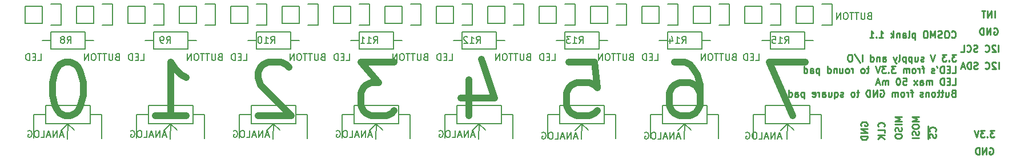
<source format=gbo>
G04 #@! TF.FileFunction,Legend,Bot*
%FSLAX46Y46*%
G04 Gerber Fmt 4.6, Leading zero omitted, Abs format (unit mm)*
G04 Created by KiCad (PCBNEW 4.0.4-1.fc25-product) date Thu Nov  3 21:21:28 2016*
%MOMM*%
%LPD*%
G01*
G04 APERTURE LIST*
%ADD10C,0.100000*%
%ADD11C,0.200000*%
%ADD12C,0.250000*%
%ADD13C,1.000000*%
%ADD14C,0.150000*%
G04 APERTURE END LIST*
D10*
D11*
X144247904Y-66222571D02*
X144105047Y-66270190D01*
X144057428Y-66317810D01*
X144009809Y-66413048D01*
X144009809Y-66555905D01*
X144057428Y-66651143D01*
X144105047Y-66698762D01*
X144200285Y-66746381D01*
X144581238Y-66746381D01*
X144581238Y-65746381D01*
X144247904Y-65746381D01*
X144152666Y-65794000D01*
X144105047Y-65841619D01*
X144057428Y-65936857D01*
X144057428Y-66032095D01*
X144105047Y-66127333D01*
X144152666Y-66174952D01*
X144247904Y-66222571D01*
X144581238Y-66222571D01*
X143581238Y-65746381D02*
X143581238Y-66555905D01*
X143533619Y-66651143D01*
X143486000Y-66698762D01*
X143390762Y-66746381D01*
X143200285Y-66746381D01*
X143105047Y-66698762D01*
X143057428Y-66651143D01*
X143009809Y-66555905D01*
X143009809Y-65746381D01*
X142676476Y-65746381D02*
X142105047Y-65746381D01*
X142390762Y-66746381D02*
X142390762Y-65746381D01*
X141914571Y-65746381D02*
X141343142Y-65746381D01*
X141628857Y-66746381D02*
X141628857Y-65746381D01*
X140819333Y-65746381D02*
X140628856Y-65746381D01*
X140533618Y-65794000D01*
X140438380Y-65889238D01*
X140390761Y-66079714D01*
X140390761Y-66413048D01*
X140438380Y-66603524D01*
X140533618Y-66698762D01*
X140628856Y-66746381D01*
X140819333Y-66746381D01*
X140914571Y-66698762D01*
X141009809Y-66603524D01*
X141057428Y-66413048D01*
X141057428Y-66079714D01*
X141009809Y-65889238D01*
X140914571Y-65794000D01*
X140819333Y-65746381D01*
X139962190Y-66746381D02*
X139962190Y-65746381D01*
X139390761Y-66746381D01*
X139390761Y-65746381D01*
X127388857Y-72842381D02*
X127865048Y-72842381D01*
X127865048Y-71842381D01*
X127055524Y-72318571D02*
X126722190Y-72318571D01*
X126579333Y-72842381D02*
X127055524Y-72842381D01*
X127055524Y-71842381D01*
X126579333Y-71842381D01*
X126150762Y-72842381D02*
X126150762Y-71842381D01*
X125912667Y-71842381D01*
X125769809Y-71890000D01*
X125674571Y-71985238D01*
X125626952Y-72080476D01*
X125579333Y-72270952D01*
X125579333Y-72413810D01*
X125626952Y-72604286D01*
X125674571Y-72699524D01*
X125769809Y-72794762D01*
X125912667Y-72842381D01*
X126150762Y-72842381D01*
X131143048Y-84240667D02*
X130666857Y-84240667D01*
X131238286Y-84526381D02*
X130904953Y-83526381D01*
X130571619Y-84526381D01*
X130238286Y-84526381D02*
X130238286Y-83526381D01*
X129666857Y-84526381D01*
X129666857Y-83526381D01*
X129238286Y-84240667D02*
X128762095Y-84240667D01*
X129333524Y-84526381D02*
X129000191Y-83526381D01*
X128666857Y-84526381D01*
X127857333Y-84526381D02*
X128333524Y-84526381D01*
X128333524Y-83526381D01*
X127333524Y-83526381D02*
X127143047Y-83526381D01*
X127047809Y-83574000D01*
X126952571Y-83669238D01*
X126904952Y-83859714D01*
X126904952Y-84193048D01*
X126952571Y-84383524D01*
X127047809Y-84478762D01*
X127143047Y-84526381D01*
X127333524Y-84526381D01*
X127428762Y-84478762D01*
X127524000Y-84383524D01*
X127571619Y-84193048D01*
X127571619Y-83859714D01*
X127524000Y-83669238D01*
X127428762Y-83574000D01*
X127333524Y-83526381D01*
X125952571Y-83574000D02*
X126047809Y-83526381D01*
X126190666Y-83526381D01*
X126333524Y-83574000D01*
X126428762Y-83669238D01*
X126476381Y-83764476D01*
X126524000Y-83954952D01*
X126524000Y-84097810D01*
X126476381Y-84288286D01*
X126428762Y-84383524D01*
X126333524Y-84478762D01*
X126190666Y-84526381D01*
X126095428Y-84526381D01*
X125952571Y-84478762D01*
X125904952Y-84431143D01*
X125904952Y-84097810D01*
X126095428Y-84097810D01*
X124181904Y-72318571D02*
X124039047Y-72366190D01*
X123991428Y-72413810D01*
X123943809Y-72509048D01*
X123943809Y-72651905D01*
X123991428Y-72747143D01*
X124039047Y-72794762D01*
X124134285Y-72842381D01*
X124515238Y-72842381D01*
X124515238Y-71842381D01*
X124181904Y-71842381D01*
X124086666Y-71890000D01*
X124039047Y-71937619D01*
X123991428Y-72032857D01*
X123991428Y-72128095D01*
X124039047Y-72223333D01*
X124086666Y-72270952D01*
X124181904Y-72318571D01*
X124515238Y-72318571D01*
X123515238Y-71842381D02*
X123515238Y-72651905D01*
X123467619Y-72747143D01*
X123420000Y-72794762D01*
X123324762Y-72842381D01*
X123134285Y-72842381D01*
X123039047Y-72794762D01*
X122991428Y-72747143D01*
X122943809Y-72651905D01*
X122943809Y-71842381D01*
X122610476Y-71842381D02*
X122039047Y-71842381D01*
X122324762Y-72842381D02*
X122324762Y-71842381D01*
X121848571Y-71842381D02*
X121277142Y-71842381D01*
X121562857Y-72842381D02*
X121562857Y-71842381D01*
X120753333Y-71842381D02*
X120562856Y-71842381D01*
X120467618Y-71890000D01*
X120372380Y-71985238D01*
X120324761Y-72175714D01*
X120324761Y-72509048D01*
X120372380Y-72699524D01*
X120467618Y-72794762D01*
X120562856Y-72842381D01*
X120753333Y-72842381D01*
X120848571Y-72794762D01*
X120943809Y-72699524D01*
X120991428Y-72509048D01*
X120991428Y-72175714D01*
X120943809Y-71985238D01*
X120848571Y-71890000D01*
X120753333Y-71842381D01*
X119896190Y-72842381D02*
X119896190Y-71842381D01*
X119324761Y-72842381D01*
X119324761Y-71842381D01*
X112402857Y-72842381D02*
X112879048Y-72842381D01*
X112879048Y-71842381D01*
X112069524Y-72318571D02*
X111736190Y-72318571D01*
X111593333Y-72842381D02*
X112069524Y-72842381D01*
X112069524Y-71842381D01*
X111593333Y-71842381D01*
X111164762Y-72842381D02*
X111164762Y-71842381D01*
X110926667Y-71842381D01*
X110783809Y-71890000D01*
X110688571Y-71985238D01*
X110640952Y-72080476D01*
X110593333Y-72270952D01*
X110593333Y-72413810D01*
X110640952Y-72604286D01*
X110688571Y-72699524D01*
X110783809Y-72794762D01*
X110926667Y-72842381D01*
X111164762Y-72842381D01*
X116157048Y-84240667D02*
X115680857Y-84240667D01*
X116252286Y-84526381D02*
X115918953Y-83526381D01*
X115585619Y-84526381D01*
X115252286Y-84526381D02*
X115252286Y-83526381D01*
X114680857Y-84526381D01*
X114680857Y-83526381D01*
X114252286Y-84240667D02*
X113776095Y-84240667D01*
X114347524Y-84526381D02*
X114014191Y-83526381D01*
X113680857Y-84526381D01*
X112871333Y-84526381D02*
X113347524Y-84526381D01*
X113347524Y-83526381D01*
X112347524Y-83526381D02*
X112157047Y-83526381D01*
X112061809Y-83574000D01*
X111966571Y-83669238D01*
X111918952Y-83859714D01*
X111918952Y-84193048D01*
X111966571Y-84383524D01*
X112061809Y-84478762D01*
X112157047Y-84526381D01*
X112347524Y-84526381D01*
X112442762Y-84478762D01*
X112538000Y-84383524D01*
X112585619Y-84193048D01*
X112585619Y-83859714D01*
X112538000Y-83669238D01*
X112442762Y-83574000D01*
X112347524Y-83526381D01*
X110966571Y-83574000D02*
X111061809Y-83526381D01*
X111204666Y-83526381D01*
X111347524Y-83574000D01*
X111442762Y-83669238D01*
X111490381Y-83764476D01*
X111538000Y-83954952D01*
X111538000Y-84097810D01*
X111490381Y-84288286D01*
X111442762Y-84383524D01*
X111347524Y-84478762D01*
X111204666Y-84526381D01*
X111109428Y-84526381D01*
X110966571Y-84478762D01*
X110918952Y-84431143D01*
X110918952Y-84097810D01*
X111109428Y-84097810D01*
X108941904Y-72318571D02*
X108799047Y-72366190D01*
X108751428Y-72413810D01*
X108703809Y-72509048D01*
X108703809Y-72651905D01*
X108751428Y-72747143D01*
X108799047Y-72794762D01*
X108894285Y-72842381D01*
X109275238Y-72842381D01*
X109275238Y-71842381D01*
X108941904Y-71842381D01*
X108846666Y-71890000D01*
X108799047Y-71937619D01*
X108751428Y-72032857D01*
X108751428Y-72128095D01*
X108799047Y-72223333D01*
X108846666Y-72270952D01*
X108941904Y-72318571D01*
X109275238Y-72318571D01*
X108275238Y-71842381D02*
X108275238Y-72651905D01*
X108227619Y-72747143D01*
X108180000Y-72794762D01*
X108084762Y-72842381D01*
X107894285Y-72842381D01*
X107799047Y-72794762D01*
X107751428Y-72747143D01*
X107703809Y-72651905D01*
X107703809Y-71842381D01*
X107370476Y-71842381D02*
X106799047Y-71842381D01*
X107084762Y-72842381D02*
X107084762Y-71842381D01*
X106608571Y-71842381D02*
X106037142Y-71842381D01*
X106322857Y-72842381D02*
X106322857Y-71842381D01*
X105513333Y-71842381D02*
X105322856Y-71842381D01*
X105227618Y-71890000D01*
X105132380Y-71985238D01*
X105084761Y-72175714D01*
X105084761Y-72509048D01*
X105132380Y-72699524D01*
X105227618Y-72794762D01*
X105322856Y-72842381D01*
X105513333Y-72842381D01*
X105608571Y-72794762D01*
X105703809Y-72699524D01*
X105751428Y-72509048D01*
X105751428Y-72175714D01*
X105703809Y-71985238D01*
X105608571Y-71890000D01*
X105513333Y-71842381D01*
X104656190Y-72842381D02*
X104656190Y-71842381D01*
X104084761Y-72842381D01*
X104084761Y-71842381D01*
X97162857Y-72842381D02*
X97639048Y-72842381D01*
X97639048Y-71842381D01*
X96829524Y-72318571D02*
X96496190Y-72318571D01*
X96353333Y-72842381D02*
X96829524Y-72842381D01*
X96829524Y-71842381D01*
X96353333Y-71842381D01*
X95924762Y-72842381D02*
X95924762Y-71842381D01*
X95686667Y-71842381D01*
X95543809Y-71890000D01*
X95448571Y-71985238D01*
X95400952Y-72080476D01*
X95353333Y-72270952D01*
X95353333Y-72413810D01*
X95400952Y-72604286D01*
X95448571Y-72699524D01*
X95543809Y-72794762D01*
X95686667Y-72842381D01*
X95924762Y-72842381D01*
X100917048Y-84240667D02*
X100440857Y-84240667D01*
X101012286Y-84526381D02*
X100678953Y-83526381D01*
X100345619Y-84526381D01*
X100012286Y-84526381D02*
X100012286Y-83526381D01*
X99440857Y-84526381D01*
X99440857Y-83526381D01*
X99012286Y-84240667D02*
X98536095Y-84240667D01*
X99107524Y-84526381D02*
X98774191Y-83526381D01*
X98440857Y-84526381D01*
X97631333Y-84526381D02*
X98107524Y-84526381D01*
X98107524Y-83526381D01*
X97107524Y-83526381D02*
X96917047Y-83526381D01*
X96821809Y-83574000D01*
X96726571Y-83669238D01*
X96678952Y-83859714D01*
X96678952Y-84193048D01*
X96726571Y-84383524D01*
X96821809Y-84478762D01*
X96917047Y-84526381D01*
X97107524Y-84526381D01*
X97202762Y-84478762D01*
X97298000Y-84383524D01*
X97345619Y-84193048D01*
X97345619Y-83859714D01*
X97298000Y-83669238D01*
X97202762Y-83574000D01*
X97107524Y-83526381D01*
X95726571Y-83574000D02*
X95821809Y-83526381D01*
X95964666Y-83526381D01*
X96107524Y-83574000D01*
X96202762Y-83669238D01*
X96250381Y-83764476D01*
X96298000Y-83954952D01*
X96298000Y-84097810D01*
X96250381Y-84288286D01*
X96202762Y-84383524D01*
X96107524Y-84478762D01*
X95964666Y-84526381D01*
X95869428Y-84526381D01*
X95726571Y-84478762D01*
X95678952Y-84431143D01*
X95678952Y-84097810D01*
X95869428Y-84097810D01*
X93701904Y-72318571D02*
X93559047Y-72366190D01*
X93511428Y-72413810D01*
X93463809Y-72509048D01*
X93463809Y-72651905D01*
X93511428Y-72747143D01*
X93559047Y-72794762D01*
X93654285Y-72842381D01*
X94035238Y-72842381D01*
X94035238Y-71842381D01*
X93701904Y-71842381D01*
X93606666Y-71890000D01*
X93559047Y-71937619D01*
X93511428Y-72032857D01*
X93511428Y-72128095D01*
X93559047Y-72223333D01*
X93606666Y-72270952D01*
X93701904Y-72318571D01*
X94035238Y-72318571D01*
X93035238Y-71842381D02*
X93035238Y-72651905D01*
X92987619Y-72747143D01*
X92940000Y-72794762D01*
X92844762Y-72842381D01*
X92654285Y-72842381D01*
X92559047Y-72794762D01*
X92511428Y-72747143D01*
X92463809Y-72651905D01*
X92463809Y-71842381D01*
X92130476Y-71842381D02*
X91559047Y-71842381D01*
X91844762Y-72842381D02*
X91844762Y-71842381D01*
X91368571Y-71842381D02*
X90797142Y-71842381D01*
X91082857Y-72842381D02*
X91082857Y-71842381D01*
X90273333Y-71842381D02*
X90082856Y-71842381D01*
X89987618Y-71890000D01*
X89892380Y-71985238D01*
X89844761Y-72175714D01*
X89844761Y-72509048D01*
X89892380Y-72699524D01*
X89987618Y-72794762D01*
X90082856Y-72842381D01*
X90273333Y-72842381D01*
X90368571Y-72794762D01*
X90463809Y-72699524D01*
X90511428Y-72509048D01*
X90511428Y-72175714D01*
X90463809Y-71985238D01*
X90368571Y-71890000D01*
X90273333Y-71842381D01*
X89416190Y-72842381D02*
X89416190Y-71842381D01*
X88844761Y-72842381D01*
X88844761Y-71842381D01*
X81922857Y-72842381D02*
X82399048Y-72842381D01*
X82399048Y-71842381D01*
X81589524Y-72318571D02*
X81256190Y-72318571D01*
X81113333Y-72842381D02*
X81589524Y-72842381D01*
X81589524Y-71842381D01*
X81113333Y-71842381D01*
X80684762Y-72842381D02*
X80684762Y-71842381D01*
X80446667Y-71842381D01*
X80303809Y-71890000D01*
X80208571Y-71985238D01*
X80160952Y-72080476D01*
X80113333Y-72270952D01*
X80113333Y-72413810D01*
X80160952Y-72604286D01*
X80208571Y-72699524D01*
X80303809Y-72794762D01*
X80446667Y-72842381D01*
X80684762Y-72842381D01*
X85677048Y-83986667D02*
X85200857Y-83986667D01*
X85772286Y-84272381D02*
X85438953Y-83272381D01*
X85105619Y-84272381D01*
X84772286Y-84272381D02*
X84772286Y-83272381D01*
X84200857Y-84272381D01*
X84200857Y-83272381D01*
X83772286Y-83986667D02*
X83296095Y-83986667D01*
X83867524Y-84272381D02*
X83534191Y-83272381D01*
X83200857Y-84272381D01*
X82391333Y-84272381D02*
X82867524Y-84272381D01*
X82867524Y-83272381D01*
X81867524Y-83272381D02*
X81677047Y-83272381D01*
X81581809Y-83320000D01*
X81486571Y-83415238D01*
X81438952Y-83605714D01*
X81438952Y-83939048D01*
X81486571Y-84129524D01*
X81581809Y-84224762D01*
X81677047Y-84272381D01*
X81867524Y-84272381D01*
X81962762Y-84224762D01*
X82058000Y-84129524D01*
X82105619Y-83939048D01*
X82105619Y-83605714D01*
X82058000Y-83415238D01*
X81962762Y-83320000D01*
X81867524Y-83272381D01*
X80486571Y-83320000D02*
X80581809Y-83272381D01*
X80724666Y-83272381D01*
X80867524Y-83320000D01*
X80962762Y-83415238D01*
X81010381Y-83510476D01*
X81058000Y-83700952D01*
X81058000Y-83843810D01*
X81010381Y-84034286D01*
X80962762Y-84129524D01*
X80867524Y-84224762D01*
X80724666Y-84272381D01*
X80629428Y-84272381D01*
X80486571Y-84224762D01*
X80438952Y-84177143D01*
X80438952Y-83843810D01*
X80629428Y-83843810D01*
X78461904Y-72318571D02*
X78319047Y-72366190D01*
X78271428Y-72413810D01*
X78223809Y-72509048D01*
X78223809Y-72651905D01*
X78271428Y-72747143D01*
X78319047Y-72794762D01*
X78414285Y-72842381D01*
X78795238Y-72842381D01*
X78795238Y-71842381D01*
X78461904Y-71842381D01*
X78366666Y-71890000D01*
X78319047Y-71937619D01*
X78271428Y-72032857D01*
X78271428Y-72128095D01*
X78319047Y-72223333D01*
X78366666Y-72270952D01*
X78461904Y-72318571D01*
X78795238Y-72318571D01*
X77795238Y-71842381D02*
X77795238Y-72651905D01*
X77747619Y-72747143D01*
X77700000Y-72794762D01*
X77604762Y-72842381D01*
X77414285Y-72842381D01*
X77319047Y-72794762D01*
X77271428Y-72747143D01*
X77223809Y-72651905D01*
X77223809Y-71842381D01*
X76890476Y-71842381D02*
X76319047Y-71842381D01*
X76604762Y-72842381D02*
X76604762Y-71842381D01*
X76128571Y-71842381D02*
X75557142Y-71842381D01*
X75842857Y-72842381D02*
X75842857Y-71842381D01*
X75033333Y-71842381D02*
X74842856Y-71842381D01*
X74747618Y-71890000D01*
X74652380Y-71985238D01*
X74604761Y-72175714D01*
X74604761Y-72509048D01*
X74652380Y-72699524D01*
X74747618Y-72794762D01*
X74842856Y-72842381D01*
X75033333Y-72842381D01*
X75128571Y-72794762D01*
X75223809Y-72699524D01*
X75271428Y-72509048D01*
X75271428Y-72175714D01*
X75223809Y-71985238D01*
X75128571Y-71890000D01*
X75033333Y-71842381D01*
X74176190Y-72842381D02*
X74176190Y-71842381D01*
X73604761Y-72842381D01*
X73604761Y-71842381D01*
X66682857Y-72842381D02*
X67159048Y-72842381D01*
X67159048Y-71842381D01*
X66349524Y-72318571D02*
X66016190Y-72318571D01*
X65873333Y-72842381D02*
X66349524Y-72842381D01*
X66349524Y-71842381D01*
X65873333Y-71842381D01*
X65444762Y-72842381D02*
X65444762Y-71842381D01*
X65206667Y-71842381D01*
X65063809Y-71890000D01*
X64968571Y-71985238D01*
X64920952Y-72080476D01*
X64873333Y-72270952D01*
X64873333Y-72413810D01*
X64920952Y-72604286D01*
X64968571Y-72699524D01*
X65063809Y-72794762D01*
X65206667Y-72842381D01*
X65444762Y-72842381D01*
X70437048Y-83986667D02*
X69960857Y-83986667D01*
X70532286Y-84272381D02*
X70198953Y-83272381D01*
X69865619Y-84272381D01*
X69532286Y-84272381D02*
X69532286Y-83272381D01*
X68960857Y-84272381D01*
X68960857Y-83272381D01*
X68532286Y-83986667D02*
X68056095Y-83986667D01*
X68627524Y-84272381D02*
X68294191Y-83272381D01*
X67960857Y-84272381D01*
X67151333Y-84272381D02*
X67627524Y-84272381D01*
X67627524Y-83272381D01*
X66627524Y-83272381D02*
X66437047Y-83272381D01*
X66341809Y-83320000D01*
X66246571Y-83415238D01*
X66198952Y-83605714D01*
X66198952Y-83939048D01*
X66246571Y-84129524D01*
X66341809Y-84224762D01*
X66437047Y-84272381D01*
X66627524Y-84272381D01*
X66722762Y-84224762D01*
X66818000Y-84129524D01*
X66865619Y-83939048D01*
X66865619Y-83605714D01*
X66818000Y-83415238D01*
X66722762Y-83320000D01*
X66627524Y-83272381D01*
X65246571Y-83320000D02*
X65341809Y-83272381D01*
X65484666Y-83272381D01*
X65627524Y-83320000D01*
X65722762Y-83415238D01*
X65770381Y-83510476D01*
X65818000Y-83700952D01*
X65818000Y-83843810D01*
X65770381Y-84034286D01*
X65722762Y-84129524D01*
X65627524Y-84224762D01*
X65484666Y-84272381D01*
X65389428Y-84272381D01*
X65246571Y-84224762D01*
X65198952Y-84177143D01*
X65198952Y-83843810D01*
X65389428Y-83843810D01*
X63221904Y-72318571D02*
X63079047Y-72366190D01*
X63031428Y-72413810D01*
X62983809Y-72509048D01*
X62983809Y-72651905D01*
X63031428Y-72747143D01*
X63079047Y-72794762D01*
X63174285Y-72842381D01*
X63555238Y-72842381D01*
X63555238Y-71842381D01*
X63221904Y-71842381D01*
X63126666Y-71890000D01*
X63079047Y-71937619D01*
X63031428Y-72032857D01*
X63031428Y-72128095D01*
X63079047Y-72223333D01*
X63126666Y-72270952D01*
X63221904Y-72318571D01*
X63555238Y-72318571D01*
X62555238Y-71842381D02*
X62555238Y-72651905D01*
X62507619Y-72747143D01*
X62460000Y-72794762D01*
X62364762Y-72842381D01*
X62174285Y-72842381D01*
X62079047Y-72794762D01*
X62031428Y-72747143D01*
X61983809Y-72651905D01*
X61983809Y-71842381D01*
X61650476Y-71842381D02*
X61079047Y-71842381D01*
X61364762Y-72842381D02*
X61364762Y-71842381D01*
X60888571Y-71842381D02*
X60317142Y-71842381D01*
X60602857Y-72842381D02*
X60602857Y-71842381D01*
X59793333Y-71842381D02*
X59602856Y-71842381D01*
X59507618Y-71890000D01*
X59412380Y-71985238D01*
X59364761Y-72175714D01*
X59364761Y-72509048D01*
X59412380Y-72699524D01*
X59507618Y-72794762D01*
X59602856Y-72842381D01*
X59793333Y-72842381D01*
X59888571Y-72794762D01*
X59983809Y-72699524D01*
X60031428Y-72509048D01*
X60031428Y-72175714D01*
X59983809Y-71985238D01*
X59888571Y-71890000D01*
X59793333Y-71842381D01*
X58936190Y-72842381D02*
X58936190Y-71842381D01*
X58364761Y-72842381D01*
X58364761Y-71842381D01*
X51442857Y-72842381D02*
X51919048Y-72842381D01*
X51919048Y-71842381D01*
X51109524Y-72318571D02*
X50776190Y-72318571D01*
X50633333Y-72842381D02*
X51109524Y-72842381D01*
X51109524Y-71842381D01*
X50633333Y-71842381D01*
X50204762Y-72842381D02*
X50204762Y-71842381D01*
X49966667Y-71842381D01*
X49823809Y-71890000D01*
X49728571Y-71985238D01*
X49680952Y-72080476D01*
X49633333Y-72270952D01*
X49633333Y-72413810D01*
X49680952Y-72604286D01*
X49728571Y-72699524D01*
X49823809Y-72794762D01*
X49966667Y-72842381D01*
X50204762Y-72842381D01*
X55197048Y-83986667D02*
X54720857Y-83986667D01*
X55292286Y-84272381D02*
X54958953Y-83272381D01*
X54625619Y-84272381D01*
X54292286Y-84272381D02*
X54292286Y-83272381D01*
X53720857Y-84272381D01*
X53720857Y-83272381D01*
X53292286Y-83986667D02*
X52816095Y-83986667D01*
X53387524Y-84272381D02*
X53054191Y-83272381D01*
X52720857Y-84272381D01*
X51911333Y-84272381D02*
X52387524Y-84272381D01*
X52387524Y-83272381D01*
X51387524Y-83272381D02*
X51197047Y-83272381D01*
X51101809Y-83320000D01*
X51006571Y-83415238D01*
X50958952Y-83605714D01*
X50958952Y-83939048D01*
X51006571Y-84129524D01*
X51101809Y-84224762D01*
X51197047Y-84272381D01*
X51387524Y-84272381D01*
X51482762Y-84224762D01*
X51578000Y-84129524D01*
X51625619Y-83939048D01*
X51625619Y-83605714D01*
X51578000Y-83415238D01*
X51482762Y-83320000D01*
X51387524Y-83272381D01*
X50006571Y-83320000D02*
X50101809Y-83272381D01*
X50244666Y-83272381D01*
X50387524Y-83320000D01*
X50482762Y-83415238D01*
X50530381Y-83510476D01*
X50578000Y-83700952D01*
X50578000Y-83843810D01*
X50530381Y-84034286D01*
X50482762Y-84129524D01*
X50387524Y-84224762D01*
X50244666Y-84272381D01*
X50149428Y-84272381D01*
X50006571Y-84224762D01*
X49958952Y-84177143D01*
X49958952Y-83843810D01*
X50149428Y-83843810D01*
X47981904Y-72318571D02*
X47839047Y-72366190D01*
X47791428Y-72413810D01*
X47743809Y-72509048D01*
X47743809Y-72651905D01*
X47791428Y-72747143D01*
X47839047Y-72794762D01*
X47934285Y-72842381D01*
X48315238Y-72842381D01*
X48315238Y-71842381D01*
X47981904Y-71842381D01*
X47886666Y-71890000D01*
X47839047Y-71937619D01*
X47791428Y-72032857D01*
X47791428Y-72128095D01*
X47839047Y-72223333D01*
X47886666Y-72270952D01*
X47981904Y-72318571D01*
X48315238Y-72318571D01*
X47315238Y-71842381D02*
X47315238Y-72651905D01*
X47267619Y-72747143D01*
X47220000Y-72794762D01*
X47124762Y-72842381D01*
X46934285Y-72842381D01*
X46839047Y-72794762D01*
X46791428Y-72747143D01*
X46743809Y-72651905D01*
X46743809Y-71842381D01*
X46410476Y-71842381D02*
X45839047Y-71842381D01*
X46124762Y-72842381D02*
X46124762Y-71842381D01*
X45648571Y-71842381D02*
X45077142Y-71842381D01*
X45362857Y-72842381D02*
X45362857Y-71842381D01*
X44553333Y-71842381D02*
X44362856Y-71842381D01*
X44267618Y-71890000D01*
X44172380Y-71985238D01*
X44124761Y-72175714D01*
X44124761Y-72509048D01*
X44172380Y-72699524D01*
X44267618Y-72794762D01*
X44362856Y-72842381D01*
X44553333Y-72842381D01*
X44648571Y-72794762D01*
X44743809Y-72699524D01*
X44791428Y-72509048D01*
X44791428Y-72175714D01*
X44743809Y-71985238D01*
X44648571Y-71890000D01*
X44553333Y-71842381D01*
X43696190Y-72842381D02*
X43696190Y-71842381D01*
X43124761Y-72842381D01*
X43124761Y-71842381D01*
X36202857Y-72842381D02*
X36679048Y-72842381D01*
X36679048Y-71842381D01*
X35869524Y-72318571D02*
X35536190Y-72318571D01*
X35393333Y-72842381D02*
X35869524Y-72842381D01*
X35869524Y-71842381D01*
X35393333Y-71842381D01*
X34964762Y-72842381D02*
X34964762Y-71842381D01*
X34726667Y-71842381D01*
X34583809Y-71890000D01*
X34488571Y-71985238D01*
X34440952Y-72080476D01*
X34393333Y-72270952D01*
X34393333Y-72413810D01*
X34440952Y-72604286D01*
X34488571Y-72699524D01*
X34583809Y-72794762D01*
X34726667Y-72842381D01*
X34964762Y-72842381D01*
X39957048Y-83986667D02*
X39480857Y-83986667D01*
X40052286Y-84272381D02*
X39718953Y-83272381D01*
X39385619Y-84272381D01*
X39052286Y-84272381D02*
X39052286Y-83272381D01*
X38480857Y-84272381D01*
X38480857Y-83272381D01*
X38052286Y-83986667D02*
X37576095Y-83986667D01*
X38147524Y-84272381D02*
X37814191Y-83272381D01*
X37480857Y-84272381D01*
X36671333Y-84272381D02*
X37147524Y-84272381D01*
X37147524Y-83272381D01*
X36147524Y-83272381D02*
X35957047Y-83272381D01*
X35861809Y-83320000D01*
X35766571Y-83415238D01*
X35718952Y-83605714D01*
X35718952Y-83939048D01*
X35766571Y-84129524D01*
X35861809Y-84224762D01*
X35957047Y-84272381D01*
X36147524Y-84272381D01*
X36242762Y-84224762D01*
X36338000Y-84129524D01*
X36385619Y-83939048D01*
X36385619Y-83605714D01*
X36338000Y-83415238D01*
X36242762Y-83320000D01*
X36147524Y-83272381D01*
X34766571Y-83320000D02*
X34861809Y-83272381D01*
X35004666Y-83272381D01*
X35147524Y-83320000D01*
X35242762Y-83415238D01*
X35290381Y-83510476D01*
X35338000Y-83700952D01*
X35338000Y-83843810D01*
X35290381Y-84034286D01*
X35242762Y-84129524D01*
X35147524Y-84224762D01*
X35004666Y-84272381D01*
X34909428Y-84272381D01*
X34766571Y-84224762D01*
X34718952Y-84177143D01*
X34718952Y-83843810D01*
X34909428Y-83843810D01*
D12*
X143010000Y-82550096D02*
X142962381Y-82454858D01*
X142962381Y-82312001D01*
X143010000Y-82169143D01*
X143105238Y-82073905D01*
X143200476Y-82026286D01*
X143390952Y-81978667D01*
X143533810Y-81978667D01*
X143724286Y-82026286D01*
X143819524Y-82073905D01*
X143914762Y-82169143D01*
X143962381Y-82312001D01*
X143962381Y-82407239D01*
X143914762Y-82550096D01*
X143867143Y-82597715D01*
X143533810Y-82597715D01*
X143533810Y-82407239D01*
X143962381Y-83026286D02*
X142962381Y-83026286D01*
X143962381Y-83597715D01*
X142962381Y-83597715D01*
X143962381Y-84073905D02*
X142962381Y-84073905D01*
X142962381Y-84312000D01*
X143010000Y-84454858D01*
X143105238Y-84550096D01*
X143200476Y-84597715D01*
X143390952Y-84645334D01*
X143533810Y-84645334D01*
X143724286Y-84597715D01*
X143819524Y-84550096D01*
X143914762Y-84454858D01*
X143962381Y-84312000D01*
X143962381Y-84073905D01*
X146407143Y-82716762D02*
X146454762Y-82669143D01*
X146502381Y-82526286D01*
X146502381Y-82431048D01*
X146454762Y-82288190D01*
X146359524Y-82192952D01*
X146264286Y-82145333D01*
X146073810Y-82097714D01*
X145930952Y-82097714D01*
X145740476Y-82145333D01*
X145645238Y-82192952D01*
X145550000Y-82288190D01*
X145502381Y-82431048D01*
X145502381Y-82526286D01*
X145550000Y-82669143D01*
X145597619Y-82716762D01*
X146502381Y-83621524D02*
X146502381Y-83145333D01*
X145502381Y-83145333D01*
X146502381Y-83954857D02*
X145502381Y-83954857D01*
X146502381Y-84526286D02*
X145930952Y-84097714D01*
X145502381Y-84526286D02*
X146073810Y-83954857D01*
X149042381Y-81232572D02*
X148042381Y-81232572D01*
X148756667Y-81565906D01*
X148042381Y-81899239D01*
X149042381Y-81899239D01*
X149042381Y-82375429D02*
X148042381Y-82375429D01*
X148994762Y-82804000D02*
X149042381Y-82946857D01*
X149042381Y-83184953D01*
X148994762Y-83280191D01*
X148947143Y-83327810D01*
X148851905Y-83375429D01*
X148756667Y-83375429D01*
X148661429Y-83327810D01*
X148613810Y-83280191D01*
X148566190Y-83184953D01*
X148518571Y-82994476D01*
X148470952Y-82899238D01*
X148423333Y-82851619D01*
X148328095Y-82804000D01*
X148232857Y-82804000D01*
X148137619Y-82851619D01*
X148090000Y-82899238D01*
X148042381Y-82994476D01*
X148042381Y-83232572D01*
X148090000Y-83375429D01*
X148042381Y-83994476D02*
X148042381Y-84184953D01*
X148090000Y-84280191D01*
X148185238Y-84375429D01*
X148375714Y-84423048D01*
X148709048Y-84423048D01*
X148899524Y-84375429D01*
X148994762Y-84280191D01*
X149042381Y-84184953D01*
X149042381Y-83994476D01*
X148994762Y-83899238D01*
X148899524Y-83804000D01*
X148709048Y-83756381D01*
X148375714Y-83756381D01*
X148185238Y-83804000D01*
X148090000Y-83899238D01*
X148042381Y-83994476D01*
X151582381Y-81232572D02*
X150582381Y-81232572D01*
X151296667Y-81565906D01*
X150582381Y-81899239D01*
X151582381Y-81899239D01*
X150582381Y-82565905D02*
X150582381Y-82756382D01*
X150630000Y-82851620D01*
X150725238Y-82946858D01*
X150915714Y-82994477D01*
X151249048Y-82994477D01*
X151439524Y-82946858D01*
X151534762Y-82851620D01*
X151582381Y-82756382D01*
X151582381Y-82565905D01*
X151534762Y-82470667D01*
X151439524Y-82375429D01*
X151249048Y-82327810D01*
X150915714Y-82327810D01*
X150725238Y-82375429D01*
X150630000Y-82470667D01*
X150582381Y-82565905D01*
X151534762Y-83375429D02*
X151582381Y-83518286D01*
X151582381Y-83756382D01*
X151534762Y-83851620D01*
X151487143Y-83899239D01*
X151391905Y-83946858D01*
X151296667Y-83946858D01*
X151201429Y-83899239D01*
X151153810Y-83851620D01*
X151106190Y-83756382D01*
X151058571Y-83565905D01*
X151010952Y-83470667D01*
X150963333Y-83423048D01*
X150868095Y-83375429D01*
X150772857Y-83375429D01*
X150677619Y-83423048D01*
X150630000Y-83470667D01*
X150582381Y-83565905D01*
X150582381Y-83804001D01*
X150630000Y-83946858D01*
X151582381Y-84375429D02*
X150582381Y-84375429D01*
X154027143Y-83399334D02*
X154074762Y-83351715D01*
X154122381Y-83208858D01*
X154122381Y-83113620D01*
X154074762Y-82970762D01*
X153979524Y-82875524D01*
X153884286Y-82827905D01*
X153693810Y-82780286D01*
X153550952Y-82780286D01*
X153360476Y-82827905D01*
X153265238Y-82875524D01*
X153170000Y-82970762D01*
X153122381Y-83113620D01*
X153122381Y-83208858D01*
X153170000Y-83351715D01*
X153217619Y-83399334D01*
X154074762Y-83780286D02*
X154122381Y-83923143D01*
X154122381Y-84161239D01*
X154074762Y-84256477D01*
X154027143Y-84304096D01*
X153931905Y-84351715D01*
X153836667Y-84351715D01*
X153741429Y-84304096D01*
X153693810Y-84256477D01*
X153646190Y-84161239D01*
X153598571Y-83970762D01*
X153550952Y-83875524D01*
X153503333Y-83827905D01*
X153408095Y-83780286D01*
X153312857Y-83780286D01*
X153217619Y-83827905D01*
X153170000Y-83875524D01*
X153122381Y-83970762D01*
X153122381Y-84208858D01*
X153170000Y-84351715D01*
X152950000Y-82589810D02*
X152950000Y-84542191D01*
D11*
X24717048Y-83986667D02*
X24240857Y-83986667D01*
X24812286Y-84272381D02*
X24478953Y-83272381D01*
X24145619Y-84272381D01*
X23812286Y-84272381D02*
X23812286Y-83272381D01*
X23240857Y-84272381D01*
X23240857Y-83272381D01*
X22812286Y-83986667D02*
X22336095Y-83986667D01*
X22907524Y-84272381D02*
X22574191Y-83272381D01*
X22240857Y-84272381D01*
X21431333Y-84272381D02*
X21907524Y-84272381D01*
X21907524Y-83272381D01*
X20907524Y-83272381D02*
X20717047Y-83272381D01*
X20621809Y-83320000D01*
X20526571Y-83415238D01*
X20478952Y-83605714D01*
X20478952Y-83939048D01*
X20526571Y-84129524D01*
X20621809Y-84224762D01*
X20717047Y-84272381D01*
X20907524Y-84272381D01*
X21002762Y-84224762D01*
X21098000Y-84129524D01*
X21145619Y-83939048D01*
X21145619Y-83605714D01*
X21098000Y-83415238D01*
X21002762Y-83320000D01*
X20907524Y-83272381D01*
X19526571Y-83320000D02*
X19621809Y-83272381D01*
X19764666Y-83272381D01*
X19907524Y-83320000D01*
X20002762Y-83415238D01*
X20050381Y-83510476D01*
X20098000Y-83700952D01*
X20098000Y-83843810D01*
X20050381Y-84034286D01*
X20002762Y-84129524D01*
X19907524Y-84224762D01*
X19764666Y-84272381D01*
X19669428Y-84272381D01*
X19526571Y-84224762D01*
X19478952Y-84177143D01*
X19478952Y-83843810D01*
X19669428Y-83843810D01*
X32741904Y-72318571D02*
X32599047Y-72366190D01*
X32551428Y-72413810D01*
X32503809Y-72509048D01*
X32503809Y-72651905D01*
X32551428Y-72747143D01*
X32599047Y-72794762D01*
X32694285Y-72842381D01*
X33075238Y-72842381D01*
X33075238Y-71842381D01*
X32741904Y-71842381D01*
X32646666Y-71890000D01*
X32599047Y-71937619D01*
X32551428Y-72032857D01*
X32551428Y-72128095D01*
X32599047Y-72223333D01*
X32646666Y-72270952D01*
X32741904Y-72318571D01*
X33075238Y-72318571D01*
X32075238Y-71842381D02*
X32075238Y-72651905D01*
X32027619Y-72747143D01*
X31980000Y-72794762D01*
X31884762Y-72842381D01*
X31694285Y-72842381D01*
X31599047Y-72794762D01*
X31551428Y-72747143D01*
X31503809Y-72651905D01*
X31503809Y-71842381D01*
X31170476Y-71842381D02*
X30599047Y-71842381D01*
X30884762Y-72842381D02*
X30884762Y-71842381D01*
X30408571Y-71842381D02*
X29837142Y-71842381D01*
X30122857Y-72842381D02*
X30122857Y-71842381D01*
X29313333Y-71842381D02*
X29122856Y-71842381D01*
X29027618Y-71890000D01*
X28932380Y-71985238D01*
X28884761Y-72175714D01*
X28884761Y-72509048D01*
X28932380Y-72699524D01*
X29027618Y-72794762D01*
X29122856Y-72842381D01*
X29313333Y-72842381D01*
X29408571Y-72794762D01*
X29503809Y-72699524D01*
X29551428Y-72509048D01*
X29551428Y-72175714D01*
X29503809Y-71985238D01*
X29408571Y-71890000D01*
X29313333Y-71842381D01*
X28456190Y-72842381D02*
X28456190Y-71842381D01*
X27884761Y-72842381D01*
X27884761Y-71842381D01*
X20962857Y-72842381D02*
X21439048Y-72842381D01*
X21439048Y-71842381D01*
X20629524Y-72318571D02*
X20296190Y-72318571D01*
X20153333Y-72842381D02*
X20629524Y-72842381D01*
X20629524Y-71842381D01*
X20153333Y-71842381D01*
X19724762Y-72842381D02*
X19724762Y-71842381D01*
X19486667Y-71842381D01*
X19343809Y-71890000D01*
X19248571Y-71985238D01*
X19200952Y-72080476D01*
X19153333Y-72270952D01*
X19153333Y-72413810D01*
X19200952Y-72604286D01*
X19248571Y-72699524D01*
X19343809Y-72794762D01*
X19486667Y-72842381D01*
X19724762Y-72842381D01*
D12*
X162829762Y-66492381D02*
X162829762Y-65492381D01*
X162353572Y-66492381D02*
X162353572Y-65492381D01*
X161782143Y-66492381D01*
X161782143Y-65492381D01*
X161448810Y-65492381D02*
X160877381Y-65492381D01*
X161163096Y-66492381D02*
X161163096Y-65492381D01*
X162686904Y-68080000D02*
X162782142Y-68032381D01*
X162924999Y-68032381D01*
X163067857Y-68080000D01*
X163163095Y-68175238D01*
X163210714Y-68270476D01*
X163258333Y-68460952D01*
X163258333Y-68603810D01*
X163210714Y-68794286D01*
X163163095Y-68889524D01*
X163067857Y-68984762D01*
X162924999Y-69032381D01*
X162829761Y-69032381D01*
X162686904Y-68984762D01*
X162639285Y-68937143D01*
X162639285Y-68603810D01*
X162829761Y-68603810D01*
X162210714Y-69032381D02*
X162210714Y-68032381D01*
X161639285Y-69032381D01*
X161639285Y-68032381D01*
X161163095Y-69032381D02*
X161163095Y-68032381D01*
X160925000Y-68032381D01*
X160782142Y-68080000D01*
X160686904Y-68175238D01*
X160639285Y-68270476D01*
X160591666Y-68460952D01*
X160591666Y-68603810D01*
X160639285Y-68794286D01*
X160686904Y-68889524D01*
X160782142Y-68984762D01*
X160925000Y-69032381D01*
X161163095Y-69032381D01*
X163393095Y-71572381D02*
X163393095Y-70572381D01*
X162964524Y-70667619D02*
X162916905Y-70620000D01*
X162821667Y-70572381D01*
X162583571Y-70572381D01*
X162488333Y-70620000D01*
X162440714Y-70667619D01*
X162393095Y-70762857D01*
X162393095Y-70858095D01*
X162440714Y-71000952D01*
X163012143Y-71572381D01*
X162393095Y-71572381D01*
X161393095Y-71477143D02*
X161440714Y-71524762D01*
X161583571Y-71572381D01*
X161678809Y-71572381D01*
X161821667Y-71524762D01*
X161916905Y-71429524D01*
X161964524Y-71334286D01*
X162012143Y-71143810D01*
X162012143Y-71000952D01*
X161964524Y-70810476D01*
X161916905Y-70715238D01*
X161821667Y-70620000D01*
X161678809Y-70572381D01*
X161583571Y-70572381D01*
X161440714Y-70620000D01*
X161393095Y-70667619D01*
X160250238Y-71524762D02*
X160107381Y-71572381D01*
X159869285Y-71572381D01*
X159774047Y-71524762D01*
X159726428Y-71477143D01*
X159678809Y-71381905D01*
X159678809Y-71286667D01*
X159726428Y-71191429D01*
X159774047Y-71143810D01*
X159869285Y-71096190D01*
X160059762Y-71048571D01*
X160155000Y-71000952D01*
X160202619Y-70953333D01*
X160250238Y-70858095D01*
X160250238Y-70762857D01*
X160202619Y-70667619D01*
X160155000Y-70620000D01*
X160059762Y-70572381D01*
X159821666Y-70572381D01*
X159678809Y-70620000D01*
X158678809Y-71477143D02*
X158726428Y-71524762D01*
X158869285Y-71572381D01*
X158964523Y-71572381D01*
X159107381Y-71524762D01*
X159202619Y-71429524D01*
X159250238Y-71334286D01*
X159297857Y-71143810D01*
X159297857Y-71000952D01*
X159250238Y-70810476D01*
X159202619Y-70715238D01*
X159107381Y-70620000D01*
X158964523Y-70572381D01*
X158869285Y-70572381D01*
X158726428Y-70620000D01*
X158678809Y-70667619D01*
X157774047Y-71572381D02*
X158250238Y-71572381D01*
X158250238Y-70572381D01*
X163416905Y-74112381D02*
X163416905Y-73112381D01*
X162988334Y-73207619D02*
X162940715Y-73160000D01*
X162845477Y-73112381D01*
X162607381Y-73112381D01*
X162512143Y-73160000D01*
X162464524Y-73207619D01*
X162416905Y-73302857D01*
X162416905Y-73398095D01*
X162464524Y-73540952D01*
X163035953Y-74112381D01*
X162416905Y-74112381D01*
X161416905Y-74017143D02*
X161464524Y-74064762D01*
X161607381Y-74112381D01*
X161702619Y-74112381D01*
X161845477Y-74064762D01*
X161940715Y-73969524D01*
X161988334Y-73874286D01*
X162035953Y-73683810D01*
X162035953Y-73540952D01*
X161988334Y-73350476D01*
X161940715Y-73255238D01*
X161845477Y-73160000D01*
X161702619Y-73112381D01*
X161607381Y-73112381D01*
X161464524Y-73160000D01*
X161416905Y-73207619D01*
X160274048Y-74064762D02*
X160131191Y-74112381D01*
X159893095Y-74112381D01*
X159797857Y-74064762D01*
X159750238Y-74017143D01*
X159702619Y-73921905D01*
X159702619Y-73826667D01*
X159750238Y-73731429D01*
X159797857Y-73683810D01*
X159893095Y-73636190D01*
X160083572Y-73588571D01*
X160178810Y-73540952D01*
X160226429Y-73493333D01*
X160274048Y-73398095D01*
X160274048Y-73302857D01*
X160226429Y-73207619D01*
X160178810Y-73160000D01*
X160083572Y-73112381D01*
X159845476Y-73112381D01*
X159702619Y-73160000D01*
X159274048Y-74112381D02*
X159274048Y-73112381D01*
X159035953Y-73112381D01*
X158893095Y-73160000D01*
X158797857Y-73255238D01*
X158750238Y-73350476D01*
X158702619Y-73540952D01*
X158702619Y-73683810D01*
X158750238Y-73874286D01*
X158797857Y-73969524D01*
X158893095Y-74064762D01*
X159035953Y-74112381D01*
X159274048Y-74112381D01*
X158321667Y-73826667D02*
X157845476Y-73826667D01*
X158416905Y-74112381D02*
X158083572Y-73112381D01*
X157750238Y-74112381D01*
X162766190Y-83272381D02*
X162147142Y-83272381D01*
X162480476Y-83653333D01*
X162337618Y-83653333D01*
X162242380Y-83700952D01*
X162194761Y-83748571D01*
X162147142Y-83843810D01*
X162147142Y-84081905D01*
X162194761Y-84177143D01*
X162242380Y-84224762D01*
X162337618Y-84272381D01*
X162623333Y-84272381D01*
X162718571Y-84224762D01*
X162766190Y-84177143D01*
X161718571Y-84177143D02*
X161670952Y-84224762D01*
X161718571Y-84272381D01*
X161766190Y-84224762D01*
X161718571Y-84177143D01*
X161718571Y-84272381D01*
X161337619Y-83272381D02*
X160718571Y-83272381D01*
X161051905Y-83653333D01*
X160909047Y-83653333D01*
X160813809Y-83700952D01*
X160766190Y-83748571D01*
X160718571Y-83843810D01*
X160718571Y-84081905D01*
X160766190Y-84177143D01*
X160813809Y-84224762D01*
X160909047Y-84272381D01*
X161194762Y-84272381D01*
X161290000Y-84224762D01*
X161337619Y-84177143D01*
X160432857Y-83272381D02*
X160099524Y-84272381D01*
X159766190Y-83272381D01*
X162051904Y-85860000D02*
X162147142Y-85812381D01*
X162289999Y-85812381D01*
X162432857Y-85860000D01*
X162528095Y-85955238D01*
X162575714Y-86050476D01*
X162623333Y-86240952D01*
X162623333Y-86383810D01*
X162575714Y-86574286D01*
X162528095Y-86669524D01*
X162432857Y-86764762D01*
X162289999Y-86812381D01*
X162194761Y-86812381D01*
X162051904Y-86764762D01*
X162004285Y-86717143D01*
X162004285Y-86383810D01*
X162194761Y-86383810D01*
X161575714Y-86812381D02*
X161575714Y-85812381D01*
X161004285Y-86812381D01*
X161004285Y-85812381D01*
X160528095Y-86812381D02*
X160528095Y-85812381D01*
X160290000Y-85812381D01*
X160147142Y-85860000D01*
X160051904Y-85955238D01*
X160004285Y-86050476D01*
X159956666Y-86240952D01*
X159956666Y-86383810D01*
X160004285Y-86574286D01*
X160051904Y-86669524D01*
X160147142Y-86764762D01*
X160290000Y-86812381D01*
X160528095Y-86812381D01*
X156416476Y-69388143D02*
X156464095Y-69435762D01*
X156606952Y-69483381D01*
X156702190Y-69483381D01*
X156845048Y-69435762D01*
X156940286Y-69340524D01*
X156987905Y-69245286D01*
X157035524Y-69054810D01*
X157035524Y-68911952D01*
X156987905Y-68721476D01*
X156940286Y-68626238D01*
X156845048Y-68531000D01*
X156702190Y-68483381D01*
X156606952Y-68483381D01*
X156464095Y-68531000D01*
X156416476Y-68578619D01*
X155797429Y-68483381D02*
X155606952Y-68483381D01*
X155511714Y-68531000D01*
X155416476Y-68626238D01*
X155368857Y-68816714D01*
X155368857Y-69150048D01*
X155416476Y-69340524D01*
X155511714Y-69435762D01*
X155606952Y-69483381D01*
X155797429Y-69483381D01*
X155892667Y-69435762D01*
X155987905Y-69340524D01*
X156035524Y-69150048D01*
X156035524Y-68816714D01*
X155987905Y-68626238D01*
X155892667Y-68531000D01*
X155797429Y-68483381D01*
X154987905Y-69435762D02*
X154845048Y-69483381D01*
X154606952Y-69483381D01*
X154511714Y-69435762D01*
X154464095Y-69388143D01*
X154416476Y-69292905D01*
X154416476Y-69197667D01*
X154464095Y-69102429D01*
X154511714Y-69054810D01*
X154606952Y-69007190D01*
X154797429Y-68959571D01*
X154892667Y-68911952D01*
X154940286Y-68864333D01*
X154987905Y-68769095D01*
X154987905Y-68673857D01*
X154940286Y-68578619D01*
X154892667Y-68531000D01*
X154797429Y-68483381D01*
X154559333Y-68483381D01*
X154416476Y-68531000D01*
X153987905Y-69483381D02*
X153987905Y-68483381D01*
X153654571Y-69197667D01*
X153321238Y-68483381D01*
X153321238Y-69483381D01*
X152654572Y-68483381D02*
X152464095Y-68483381D01*
X152368857Y-68531000D01*
X152273619Y-68626238D01*
X152226000Y-68816714D01*
X152226000Y-69150048D01*
X152273619Y-69340524D01*
X152368857Y-69435762D01*
X152464095Y-69483381D01*
X152654572Y-69483381D01*
X152749810Y-69435762D01*
X152845048Y-69340524D01*
X152892667Y-69150048D01*
X152892667Y-68816714D01*
X152845048Y-68626238D01*
X152749810Y-68531000D01*
X152654572Y-68483381D01*
X151035524Y-68816714D02*
X151035524Y-69816714D01*
X151035524Y-68864333D02*
X150940286Y-68816714D01*
X150749809Y-68816714D01*
X150654571Y-68864333D01*
X150606952Y-68911952D01*
X150559333Y-69007190D01*
X150559333Y-69292905D01*
X150606952Y-69388143D01*
X150654571Y-69435762D01*
X150749809Y-69483381D01*
X150940286Y-69483381D01*
X151035524Y-69435762D01*
X149987905Y-69483381D02*
X150083143Y-69435762D01*
X150130762Y-69340524D01*
X150130762Y-68483381D01*
X149178380Y-69483381D02*
X149178380Y-68959571D01*
X149225999Y-68864333D01*
X149321237Y-68816714D01*
X149511714Y-68816714D01*
X149606952Y-68864333D01*
X149178380Y-69435762D02*
X149273618Y-69483381D01*
X149511714Y-69483381D01*
X149606952Y-69435762D01*
X149654571Y-69340524D01*
X149654571Y-69245286D01*
X149606952Y-69150048D01*
X149511714Y-69102429D01*
X149273618Y-69102429D01*
X149178380Y-69054810D01*
X148702190Y-68816714D02*
X148702190Y-69483381D01*
X148702190Y-68911952D02*
X148654571Y-68864333D01*
X148559333Y-68816714D01*
X148416475Y-68816714D01*
X148321237Y-68864333D01*
X148273618Y-68959571D01*
X148273618Y-69483381D01*
X147797428Y-69483381D02*
X147797428Y-68483381D01*
X147702190Y-69102429D02*
X147416475Y-69483381D01*
X147416475Y-68816714D02*
X147797428Y-69197667D01*
X145702189Y-69483381D02*
X146273618Y-69483381D01*
X145987904Y-69483381D02*
X145987904Y-68483381D01*
X146083142Y-68626238D01*
X146178380Y-68721476D01*
X146273618Y-68769095D01*
X145273618Y-69388143D02*
X145225999Y-69435762D01*
X145273618Y-69483381D01*
X145321237Y-69435762D01*
X145273618Y-69388143D01*
X145273618Y-69483381D01*
X144273618Y-69483381D02*
X144845047Y-69483381D01*
X144559333Y-69483381D02*
X144559333Y-68483381D01*
X144654571Y-68626238D01*
X144749809Y-68721476D01*
X144845047Y-68769095D01*
X157083143Y-71983381D02*
X156464095Y-71983381D01*
X156797429Y-72364333D01*
X156654571Y-72364333D01*
X156559333Y-72411952D01*
X156511714Y-72459571D01*
X156464095Y-72554810D01*
X156464095Y-72792905D01*
X156511714Y-72888143D01*
X156559333Y-72935762D01*
X156654571Y-72983381D01*
X156940286Y-72983381D01*
X157035524Y-72935762D01*
X157083143Y-72888143D01*
X156035524Y-72888143D02*
X155987905Y-72935762D01*
X156035524Y-72983381D01*
X156083143Y-72935762D01*
X156035524Y-72888143D01*
X156035524Y-72983381D01*
X155654572Y-71983381D02*
X155035524Y-71983381D01*
X155368858Y-72364333D01*
X155226000Y-72364333D01*
X155130762Y-72411952D01*
X155083143Y-72459571D01*
X155035524Y-72554810D01*
X155035524Y-72792905D01*
X155083143Y-72888143D01*
X155130762Y-72935762D01*
X155226000Y-72983381D01*
X155511715Y-72983381D01*
X155606953Y-72935762D01*
X155654572Y-72888143D01*
X153987905Y-71983381D02*
X153654572Y-72983381D01*
X153321238Y-71983381D01*
X152273619Y-72935762D02*
X152178381Y-72983381D01*
X151987905Y-72983381D01*
X151892666Y-72935762D01*
X151845047Y-72840524D01*
X151845047Y-72792905D01*
X151892666Y-72697667D01*
X151987905Y-72650048D01*
X152130762Y-72650048D01*
X152226000Y-72602429D01*
X152273619Y-72507190D01*
X152273619Y-72459571D01*
X152226000Y-72364333D01*
X152130762Y-72316714D01*
X151987905Y-72316714D01*
X151892666Y-72364333D01*
X150987904Y-72316714D02*
X150987904Y-72983381D01*
X151416476Y-72316714D02*
X151416476Y-72840524D01*
X151368857Y-72935762D01*
X151273619Y-72983381D01*
X151130761Y-72983381D01*
X151035523Y-72935762D01*
X150987904Y-72888143D01*
X150511714Y-72316714D02*
X150511714Y-73316714D01*
X150511714Y-72364333D02*
X150416476Y-72316714D01*
X150225999Y-72316714D01*
X150130761Y-72364333D01*
X150083142Y-72411952D01*
X150035523Y-72507190D01*
X150035523Y-72792905D01*
X150083142Y-72888143D01*
X150130761Y-72935762D01*
X150225999Y-72983381D01*
X150416476Y-72983381D01*
X150511714Y-72935762D01*
X149606952Y-72316714D02*
X149606952Y-73316714D01*
X149606952Y-72364333D02*
X149511714Y-72316714D01*
X149321237Y-72316714D01*
X149225999Y-72364333D01*
X149178380Y-72411952D01*
X149130761Y-72507190D01*
X149130761Y-72792905D01*
X149178380Y-72888143D01*
X149225999Y-72935762D01*
X149321237Y-72983381D01*
X149511714Y-72983381D01*
X149606952Y-72935762D01*
X148559333Y-72983381D02*
X148654571Y-72935762D01*
X148702190Y-72840524D01*
X148702190Y-71983381D01*
X148273618Y-72316714D02*
X148035523Y-72983381D01*
X147797427Y-72316714D02*
X148035523Y-72983381D01*
X148130761Y-73221476D01*
X148178380Y-73269095D01*
X148273618Y-73316714D01*
X146225998Y-72983381D02*
X146225998Y-72459571D01*
X146273617Y-72364333D01*
X146368855Y-72316714D01*
X146559332Y-72316714D01*
X146654570Y-72364333D01*
X146225998Y-72935762D02*
X146321236Y-72983381D01*
X146559332Y-72983381D01*
X146654570Y-72935762D01*
X146702189Y-72840524D01*
X146702189Y-72745286D01*
X146654570Y-72650048D01*
X146559332Y-72602429D01*
X146321236Y-72602429D01*
X146225998Y-72554810D01*
X145749808Y-72316714D02*
X145749808Y-72983381D01*
X145749808Y-72411952D02*
X145702189Y-72364333D01*
X145606951Y-72316714D01*
X145464093Y-72316714D01*
X145368855Y-72364333D01*
X145321236Y-72459571D01*
X145321236Y-72983381D01*
X144416474Y-72983381D02*
X144416474Y-71983381D01*
X144416474Y-72935762D02*
X144511712Y-72983381D01*
X144702189Y-72983381D01*
X144797427Y-72935762D01*
X144845046Y-72888143D01*
X144892665Y-72792905D01*
X144892665Y-72507190D01*
X144845046Y-72411952D01*
X144797427Y-72364333D01*
X144702189Y-72316714D01*
X144511712Y-72316714D01*
X144416474Y-72364333D01*
X143178379Y-72983381D02*
X143178379Y-71983381D01*
X141987903Y-71935762D02*
X142845046Y-73221476D01*
X141464094Y-71983381D02*
X141273617Y-71983381D01*
X141178379Y-72031000D01*
X141083141Y-72126238D01*
X141035522Y-72316714D01*
X141035522Y-72650048D01*
X141083141Y-72840524D01*
X141178379Y-72935762D01*
X141273617Y-72983381D01*
X141464094Y-72983381D01*
X141559332Y-72935762D01*
X141654570Y-72840524D01*
X141702189Y-72650048D01*
X141702189Y-72316714D01*
X141654570Y-72126238D01*
X141559332Y-72031000D01*
X141464094Y-71983381D01*
X156511714Y-74733381D02*
X156987905Y-74733381D01*
X156987905Y-73733381D01*
X156178381Y-74209571D02*
X155845047Y-74209571D01*
X155702190Y-74733381D02*
X156178381Y-74733381D01*
X156178381Y-73733381D01*
X155702190Y-73733381D01*
X155273619Y-74733381D02*
X155273619Y-73733381D01*
X155035524Y-73733381D01*
X154892666Y-73781000D01*
X154797428Y-73876238D01*
X154749809Y-73971476D01*
X154702190Y-74161952D01*
X154702190Y-74304810D01*
X154749809Y-74495286D01*
X154797428Y-74590524D01*
X154892666Y-74685762D01*
X155035524Y-74733381D01*
X155273619Y-74733381D01*
X154226000Y-73733381D02*
X154321238Y-73923857D01*
X153845048Y-74685762D02*
X153749810Y-74733381D01*
X153559334Y-74733381D01*
X153464095Y-74685762D01*
X153416476Y-74590524D01*
X153416476Y-74542905D01*
X153464095Y-74447667D01*
X153559334Y-74400048D01*
X153702191Y-74400048D01*
X153797429Y-74352429D01*
X153845048Y-74257190D01*
X153845048Y-74209571D01*
X153797429Y-74114333D01*
X153702191Y-74066714D01*
X153559334Y-74066714D01*
X153464095Y-74114333D01*
X152368857Y-74066714D02*
X151987905Y-74066714D01*
X152226000Y-74733381D02*
X152226000Y-73876238D01*
X152178381Y-73781000D01*
X152083143Y-73733381D01*
X151987905Y-73733381D01*
X151654571Y-74733381D02*
X151654571Y-74066714D01*
X151654571Y-74257190D02*
X151606952Y-74161952D01*
X151559333Y-74114333D01*
X151464095Y-74066714D01*
X151368856Y-74066714D01*
X150892666Y-74733381D02*
X150987904Y-74685762D01*
X151035523Y-74638143D01*
X151083142Y-74542905D01*
X151083142Y-74257190D01*
X151035523Y-74161952D01*
X150987904Y-74114333D01*
X150892666Y-74066714D01*
X150749808Y-74066714D01*
X150654570Y-74114333D01*
X150606951Y-74161952D01*
X150559332Y-74257190D01*
X150559332Y-74542905D01*
X150606951Y-74638143D01*
X150654570Y-74685762D01*
X150749808Y-74733381D01*
X150892666Y-74733381D01*
X150130761Y-74733381D02*
X150130761Y-74066714D01*
X150130761Y-74161952D02*
X150083142Y-74114333D01*
X149987904Y-74066714D01*
X149845046Y-74066714D01*
X149749808Y-74114333D01*
X149702189Y-74209571D01*
X149702189Y-74733381D01*
X149702189Y-74209571D02*
X149654570Y-74114333D01*
X149559332Y-74066714D01*
X149416475Y-74066714D01*
X149321237Y-74114333D01*
X149273618Y-74209571D01*
X149273618Y-74733381D01*
X148130761Y-73733381D02*
X147511713Y-73733381D01*
X147845047Y-74114333D01*
X147702189Y-74114333D01*
X147606951Y-74161952D01*
X147559332Y-74209571D01*
X147511713Y-74304810D01*
X147511713Y-74542905D01*
X147559332Y-74638143D01*
X147606951Y-74685762D01*
X147702189Y-74733381D01*
X147987904Y-74733381D01*
X148083142Y-74685762D01*
X148130761Y-74638143D01*
X147083142Y-74638143D02*
X147035523Y-74685762D01*
X147083142Y-74733381D01*
X147130761Y-74685762D01*
X147083142Y-74638143D01*
X147083142Y-74733381D01*
X146702190Y-73733381D02*
X146083142Y-73733381D01*
X146416476Y-74114333D01*
X146273618Y-74114333D01*
X146178380Y-74161952D01*
X146130761Y-74209571D01*
X146083142Y-74304810D01*
X146083142Y-74542905D01*
X146130761Y-74638143D01*
X146178380Y-74685762D01*
X146273618Y-74733381D01*
X146559333Y-74733381D01*
X146654571Y-74685762D01*
X146702190Y-74638143D01*
X145797428Y-73733381D02*
X145464095Y-74733381D01*
X145130761Y-73733381D01*
X144178380Y-74066714D02*
X143797428Y-74066714D01*
X144035523Y-73733381D02*
X144035523Y-74590524D01*
X143987904Y-74685762D01*
X143892666Y-74733381D01*
X143797428Y-74733381D01*
X143321237Y-74733381D02*
X143416475Y-74685762D01*
X143464094Y-74638143D01*
X143511713Y-74542905D01*
X143511713Y-74257190D01*
X143464094Y-74161952D01*
X143416475Y-74114333D01*
X143321237Y-74066714D01*
X143178379Y-74066714D01*
X143083141Y-74114333D01*
X143035522Y-74161952D01*
X142987903Y-74257190D01*
X142987903Y-74542905D01*
X143035522Y-74638143D01*
X143083141Y-74685762D01*
X143178379Y-74733381D01*
X143321237Y-74733381D01*
X141797427Y-74733381D02*
X141797427Y-74066714D01*
X141797427Y-74257190D02*
X141749808Y-74161952D01*
X141702189Y-74114333D01*
X141606951Y-74066714D01*
X141511712Y-74066714D01*
X141035522Y-74733381D02*
X141130760Y-74685762D01*
X141178379Y-74638143D01*
X141225998Y-74542905D01*
X141225998Y-74257190D01*
X141178379Y-74161952D01*
X141130760Y-74114333D01*
X141035522Y-74066714D01*
X140892664Y-74066714D01*
X140797426Y-74114333D01*
X140749807Y-74161952D01*
X140702188Y-74257190D01*
X140702188Y-74542905D01*
X140749807Y-74638143D01*
X140797426Y-74685762D01*
X140892664Y-74733381D01*
X141035522Y-74733381D01*
X139845045Y-74066714D02*
X139845045Y-74733381D01*
X140273617Y-74066714D02*
X140273617Y-74590524D01*
X140225998Y-74685762D01*
X140130760Y-74733381D01*
X139987902Y-74733381D01*
X139892664Y-74685762D01*
X139845045Y-74638143D01*
X139368855Y-74066714D02*
X139368855Y-74733381D01*
X139368855Y-74161952D02*
X139321236Y-74114333D01*
X139225998Y-74066714D01*
X139083140Y-74066714D01*
X138987902Y-74114333D01*
X138940283Y-74209571D01*
X138940283Y-74733381D01*
X138035521Y-74733381D02*
X138035521Y-73733381D01*
X138035521Y-74685762D02*
X138130759Y-74733381D01*
X138321236Y-74733381D01*
X138416474Y-74685762D01*
X138464093Y-74638143D01*
X138511712Y-74542905D01*
X138511712Y-74257190D01*
X138464093Y-74161952D01*
X138416474Y-74114333D01*
X138321236Y-74066714D01*
X138130759Y-74066714D01*
X138035521Y-74114333D01*
X136797426Y-74066714D02*
X136797426Y-75066714D01*
X136797426Y-74114333D02*
X136702188Y-74066714D01*
X136511711Y-74066714D01*
X136416473Y-74114333D01*
X136368854Y-74161952D01*
X136321235Y-74257190D01*
X136321235Y-74542905D01*
X136368854Y-74638143D01*
X136416473Y-74685762D01*
X136511711Y-74733381D01*
X136702188Y-74733381D01*
X136797426Y-74685762D01*
X135464092Y-74733381D02*
X135464092Y-74209571D01*
X135511711Y-74114333D01*
X135606949Y-74066714D01*
X135797426Y-74066714D01*
X135892664Y-74114333D01*
X135464092Y-74685762D02*
X135559330Y-74733381D01*
X135797426Y-74733381D01*
X135892664Y-74685762D01*
X135940283Y-74590524D01*
X135940283Y-74495286D01*
X135892664Y-74400048D01*
X135797426Y-74352429D01*
X135559330Y-74352429D01*
X135464092Y-74304810D01*
X134559330Y-74733381D02*
X134559330Y-73733381D01*
X134559330Y-74685762D02*
X134654568Y-74733381D01*
X134845045Y-74733381D01*
X134940283Y-74685762D01*
X134987902Y-74638143D01*
X135035521Y-74542905D01*
X135035521Y-74257190D01*
X134987902Y-74161952D01*
X134940283Y-74114333D01*
X134845045Y-74066714D01*
X134654568Y-74066714D01*
X134559330Y-74114333D01*
X156511714Y-76483381D02*
X156987905Y-76483381D01*
X156987905Y-75483381D01*
X156178381Y-75959571D02*
X155845047Y-75959571D01*
X155702190Y-76483381D02*
X156178381Y-76483381D01*
X156178381Y-75483381D01*
X155702190Y-75483381D01*
X155273619Y-76483381D02*
X155273619Y-75483381D01*
X155035524Y-75483381D01*
X154892666Y-75531000D01*
X154797428Y-75626238D01*
X154749809Y-75721476D01*
X154702190Y-75911952D01*
X154702190Y-76054810D01*
X154749809Y-76245286D01*
X154797428Y-76340524D01*
X154892666Y-76435762D01*
X155035524Y-76483381D01*
X155273619Y-76483381D01*
X153511714Y-76483381D02*
X153511714Y-75816714D01*
X153511714Y-75911952D02*
X153464095Y-75864333D01*
X153368857Y-75816714D01*
X153225999Y-75816714D01*
X153130761Y-75864333D01*
X153083142Y-75959571D01*
X153083142Y-76483381D01*
X153083142Y-75959571D02*
X153035523Y-75864333D01*
X152940285Y-75816714D01*
X152797428Y-75816714D01*
X152702190Y-75864333D01*
X152654571Y-75959571D01*
X152654571Y-76483381D01*
X151749809Y-76483381D02*
X151749809Y-75959571D01*
X151797428Y-75864333D01*
X151892666Y-75816714D01*
X152083143Y-75816714D01*
X152178381Y-75864333D01*
X151749809Y-76435762D02*
X151845047Y-76483381D01*
X152083143Y-76483381D01*
X152178381Y-76435762D01*
X152226000Y-76340524D01*
X152226000Y-76245286D01*
X152178381Y-76150048D01*
X152083143Y-76102429D01*
X151845047Y-76102429D01*
X151749809Y-76054810D01*
X151368857Y-76483381D02*
X150845047Y-75816714D01*
X151368857Y-75816714D02*
X150845047Y-76483381D01*
X149225999Y-75483381D02*
X149702190Y-75483381D01*
X149749809Y-75959571D01*
X149702190Y-75911952D01*
X149606952Y-75864333D01*
X149368856Y-75864333D01*
X149273618Y-75911952D01*
X149225999Y-75959571D01*
X149178380Y-76054810D01*
X149178380Y-76292905D01*
X149225999Y-76388143D01*
X149273618Y-76435762D01*
X149368856Y-76483381D01*
X149606952Y-76483381D01*
X149702190Y-76435762D01*
X149749809Y-76388143D01*
X148559333Y-75483381D02*
X148464094Y-75483381D01*
X148368856Y-75531000D01*
X148321237Y-75578619D01*
X148273618Y-75673857D01*
X148225999Y-75864333D01*
X148225999Y-76102429D01*
X148273618Y-76292905D01*
X148321237Y-76388143D01*
X148368856Y-76435762D01*
X148464094Y-76483381D01*
X148559333Y-76483381D01*
X148654571Y-76435762D01*
X148702190Y-76388143D01*
X148749809Y-76292905D01*
X148797428Y-76102429D01*
X148797428Y-75864333D01*
X148749809Y-75673857D01*
X148702190Y-75578619D01*
X148654571Y-75531000D01*
X148559333Y-75483381D01*
X147035523Y-76483381D02*
X147035523Y-75816714D01*
X147035523Y-75911952D02*
X146987904Y-75864333D01*
X146892666Y-75816714D01*
X146749808Y-75816714D01*
X146654570Y-75864333D01*
X146606951Y-75959571D01*
X146606951Y-76483381D01*
X146606951Y-75959571D02*
X146559332Y-75864333D01*
X146464094Y-75816714D01*
X146321237Y-75816714D01*
X146225999Y-75864333D01*
X146178380Y-75959571D01*
X146178380Y-76483381D01*
X145749809Y-76197667D02*
X145273618Y-76197667D01*
X145845047Y-76483381D02*
X145511714Y-75483381D01*
X145178380Y-76483381D01*
X156654571Y-77709571D02*
X156511714Y-77757190D01*
X156464095Y-77804810D01*
X156416476Y-77900048D01*
X156416476Y-78042905D01*
X156464095Y-78138143D01*
X156511714Y-78185762D01*
X156606952Y-78233381D01*
X156987905Y-78233381D01*
X156987905Y-77233381D01*
X156654571Y-77233381D01*
X156559333Y-77281000D01*
X156511714Y-77328619D01*
X156464095Y-77423857D01*
X156464095Y-77519095D01*
X156511714Y-77614333D01*
X156559333Y-77661952D01*
X156654571Y-77709571D01*
X156987905Y-77709571D01*
X155559333Y-77566714D02*
X155559333Y-78233381D01*
X155987905Y-77566714D02*
X155987905Y-78090524D01*
X155940286Y-78185762D01*
X155845048Y-78233381D01*
X155702190Y-78233381D01*
X155606952Y-78185762D01*
X155559333Y-78138143D01*
X155226000Y-77566714D02*
X154845048Y-77566714D01*
X155083143Y-77233381D02*
X155083143Y-78090524D01*
X155035524Y-78185762D01*
X154940286Y-78233381D01*
X154845048Y-78233381D01*
X154654571Y-77566714D02*
X154273619Y-77566714D01*
X154511714Y-77233381D02*
X154511714Y-78090524D01*
X154464095Y-78185762D01*
X154368857Y-78233381D01*
X154273619Y-78233381D01*
X153797428Y-78233381D02*
X153892666Y-78185762D01*
X153940285Y-78138143D01*
X153987904Y-78042905D01*
X153987904Y-77757190D01*
X153940285Y-77661952D01*
X153892666Y-77614333D01*
X153797428Y-77566714D01*
X153654570Y-77566714D01*
X153559332Y-77614333D01*
X153511713Y-77661952D01*
X153464094Y-77757190D01*
X153464094Y-78042905D01*
X153511713Y-78138143D01*
X153559332Y-78185762D01*
X153654570Y-78233381D01*
X153797428Y-78233381D01*
X153035523Y-77566714D02*
X153035523Y-78233381D01*
X153035523Y-77661952D02*
X152987904Y-77614333D01*
X152892666Y-77566714D01*
X152749808Y-77566714D01*
X152654570Y-77614333D01*
X152606951Y-77709571D01*
X152606951Y-78233381D01*
X152178380Y-78185762D02*
X152083142Y-78233381D01*
X151892666Y-78233381D01*
X151797427Y-78185762D01*
X151749808Y-78090524D01*
X151749808Y-78042905D01*
X151797427Y-77947667D01*
X151892666Y-77900048D01*
X152035523Y-77900048D01*
X152130761Y-77852429D01*
X152178380Y-77757190D01*
X152178380Y-77709571D01*
X152130761Y-77614333D01*
X152035523Y-77566714D01*
X151892666Y-77566714D01*
X151797427Y-77614333D01*
X150702189Y-77566714D02*
X150321237Y-77566714D01*
X150559332Y-78233381D02*
X150559332Y-77376238D01*
X150511713Y-77281000D01*
X150416475Y-77233381D01*
X150321237Y-77233381D01*
X149987903Y-78233381D02*
X149987903Y-77566714D01*
X149987903Y-77757190D02*
X149940284Y-77661952D01*
X149892665Y-77614333D01*
X149797427Y-77566714D01*
X149702188Y-77566714D01*
X149225998Y-78233381D02*
X149321236Y-78185762D01*
X149368855Y-78138143D01*
X149416474Y-78042905D01*
X149416474Y-77757190D01*
X149368855Y-77661952D01*
X149321236Y-77614333D01*
X149225998Y-77566714D01*
X149083140Y-77566714D01*
X148987902Y-77614333D01*
X148940283Y-77661952D01*
X148892664Y-77757190D01*
X148892664Y-78042905D01*
X148940283Y-78138143D01*
X148987902Y-78185762D01*
X149083140Y-78233381D01*
X149225998Y-78233381D01*
X148464093Y-78233381D02*
X148464093Y-77566714D01*
X148464093Y-77661952D02*
X148416474Y-77614333D01*
X148321236Y-77566714D01*
X148178378Y-77566714D01*
X148083140Y-77614333D01*
X148035521Y-77709571D01*
X148035521Y-78233381D01*
X148035521Y-77709571D02*
X147987902Y-77614333D01*
X147892664Y-77566714D01*
X147749807Y-77566714D01*
X147654569Y-77614333D01*
X147606950Y-77709571D01*
X147606950Y-78233381D01*
X145845045Y-77281000D02*
X145940283Y-77233381D01*
X146083140Y-77233381D01*
X146225998Y-77281000D01*
X146321236Y-77376238D01*
X146368855Y-77471476D01*
X146416474Y-77661952D01*
X146416474Y-77804810D01*
X146368855Y-77995286D01*
X146321236Y-78090524D01*
X146225998Y-78185762D01*
X146083140Y-78233381D01*
X145987902Y-78233381D01*
X145845045Y-78185762D01*
X145797426Y-78138143D01*
X145797426Y-77804810D01*
X145987902Y-77804810D01*
X145368855Y-78233381D02*
X145368855Y-77233381D01*
X144797426Y-78233381D01*
X144797426Y-77233381D01*
X144321236Y-78233381D02*
X144321236Y-77233381D01*
X144083141Y-77233381D01*
X143940283Y-77281000D01*
X143845045Y-77376238D01*
X143797426Y-77471476D01*
X143749807Y-77661952D01*
X143749807Y-77804810D01*
X143797426Y-77995286D01*
X143845045Y-78090524D01*
X143940283Y-78185762D01*
X144083141Y-78233381D01*
X144321236Y-78233381D01*
X142702188Y-77566714D02*
X142321236Y-77566714D01*
X142559331Y-77233381D02*
X142559331Y-78090524D01*
X142511712Y-78185762D01*
X142416474Y-78233381D01*
X142321236Y-78233381D01*
X141845045Y-78233381D02*
X141940283Y-78185762D01*
X141987902Y-78138143D01*
X142035521Y-78042905D01*
X142035521Y-77757190D01*
X141987902Y-77661952D01*
X141940283Y-77614333D01*
X141845045Y-77566714D01*
X141702187Y-77566714D01*
X141606949Y-77614333D01*
X141559330Y-77661952D01*
X141511711Y-77757190D01*
X141511711Y-78042905D01*
X141559330Y-78138143D01*
X141606949Y-78185762D01*
X141702187Y-78233381D01*
X141845045Y-78233381D01*
X140368854Y-78185762D02*
X140273616Y-78233381D01*
X140083140Y-78233381D01*
X139987901Y-78185762D01*
X139940282Y-78090524D01*
X139940282Y-78042905D01*
X139987901Y-77947667D01*
X140083140Y-77900048D01*
X140225997Y-77900048D01*
X140321235Y-77852429D01*
X140368854Y-77757190D01*
X140368854Y-77709571D01*
X140321235Y-77614333D01*
X140225997Y-77566714D01*
X140083140Y-77566714D01*
X139987901Y-77614333D01*
X139083139Y-77566714D02*
X139083139Y-78566714D01*
X139083139Y-78185762D02*
X139178377Y-78233381D01*
X139368854Y-78233381D01*
X139464092Y-78185762D01*
X139511711Y-78138143D01*
X139559330Y-78042905D01*
X139559330Y-77757190D01*
X139511711Y-77661952D01*
X139464092Y-77614333D01*
X139368854Y-77566714D01*
X139178377Y-77566714D01*
X139083139Y-77614333D01*
X138178377Y-77566714D02*
X138178377Y-78233381D01*
X138606949Y-77566714D02*
X138606949Y-78090524D01*
X138559330Y-78185762D01*
X138464092Y-78233381D01*
X138321234Y-78233381D01*
X138225996Y-78185762D01*
X138178377Y-78138143D01*
X137273615Y-78233381D02*
X137273615Y-77709571D01*
X137321234Y-77614333D01*
X137416472Y-77566714D01*
X137606949Y-77566714D01*
X137702187Y-77614333D01*
X137273615Y-78185762D02*
X137368853Y-78233381D01*
X137606949Y-78233381D01*
X137702187Y-78185762D01*
X137749806Y-78090524D01*
X137749806Y-77995286D01*
X137702187Y-77900048D01*
X137606949Y-77852429D01*
X137368853Y-77852429D01*
X137273615Y-77804810D01*
X136797425Y-78233381D02*
X136797425Y-77566714D01*
X136797425Y-77757190D02*
X136749806Y-77661952D01*
X136702187Y-77614333D01*
X136606949Y-77566714D01*
X136511710Y-77566714D01*
X135797424Y-78185762D02*
X135892662Y-78233381D01*
X136083139Y-78233381D01*
X136178377Y-78185762D01*
X136225996Y-78090524D01*
X136225996Y-77709571D01*
X136178377Y-77614333D01*
X136083139Y-77566714D01*
X135892662Y-77566714D01*
X135797424Y-77614333D01*
X135749805Y-77709571D01*
X135749805Y-77804810D01*
X136225996Y-77900048D01*
X134559329Y-77566714D02*
X134559329Y-78566714D01*
X134559329Y-77614333D02*
X134464091Y-77566714D01*
X134273614Y-77566714D01*
X134178376Y-77614333D01*
X134130757Y-77661952D01*
X134083138Y-77757190D01*
X134083138Y-78042905D01*
X134130757Y-78138143D01*
X134178376Y-78185762D01*
X134273614Y-78233381D01*
X134464091Y-78233381D01*
X134559329Y-78185762D01*
X133225995Y-78233381D02*
X133225995Y-77709571D01*
X133273614Y-77614333D01*
X133368852Y-77566714D01*
X133559329Y-77566714D01*
X133654567Y-77614333D01*
X133225995Y-78185762D02*
X133321233Y-78233381D01*
X133559329Y-78233381D01*
X133654567Y-78185762D01*
X133702186Y-78090524D01*
X133702186Y-77995286D01*
X133654567Y-77900048D01*
X133559329Y-77852429D01*
X133321233Y-77852429D01*
X133225995Y-77804810D01*
X132321233Y-78233381D02*
X132321233Y-77233381D01*
X132321233Y-78185762D02*
X132416471Y-78233381D01*
X132606948Y-78233381D01*
X132702186Y-78185762D01*
X132749805Y-78138143D01*
X132797424Y-78042905D01*
X132797424Y-77757190D01*
X132749805Y-77661952D01*
X132702186Y-77614333D01*
X132606948Y-77566714D01*
X132416471Y-77566714D01*
X132321233Y-77614333D01*
D13*
X134746667Y-73089048D02*
X129413334Y-73089048D01*
X132841905Y-81089048D01*
X115316191Y-73089048D02*
X116840000Y-73089048D01*
X117601905Y-73470000D01*
X117982857Y-73850952D01*
X118744762Y-74993810D01*
X119125714Y-76517619D01*
X119125714Y-79565238D01*
X118744762Y-80327143D01*
X118363810Y-80708095D01*
X117601905Y-81089048D01*
X116078095Y-81089048D01*
X115316191Y-80708095D01*
X114935238Y-80327143D01*
X114554286Y-79565238D01*
X114554286Y-77660476D01*
X114935238Y-76898571D01*
X115316191Y-76517619D01*
X116078095Y-76136667D01*
X117601905Y-76136667D01*
X118363810Y-76517619D01*
X118744762Y-76898571D01*
X119125714Y-77660476D01*
X99695238Y-73089048D02*
X103504762Y-73089048D01*
X103885714Y-76898571D01*
X103504762Y-76517619D01*
X102742857Y-76136667D01*
X100838095Y-76136667D01*
X100076191Y-76517619D01*
X99695238Y-76898571D01*
X99314286Y-77660476D01*
X99314286Y-79565238D01*
X99695238Y-80327143D01*
X100076191Y-80708095D01*
X100838095Y-81089048D01*
X102742857Y-81089048D01*
X103504762Y-80708095D01*
X103885714Y-80327143D01*
X84836191Y-75755714D02*
X84836191Y-81089048D01*
X86740953Y-72708095D02*
X88645714Y-78422381D01*
X83693334Y-78422381D01*
X73786667Y-73089048D02*
X68834286Y-73089048D01*
X71500953Y-76136667D01*
X70358095Y-76136667D01*
X69596191Y-76517619D01*
X69215238Y-76898571D01*
X68834286Y-77660476D01*
X68834286Y-79565238D01*
X69215238Y-80327143D01*
X69596191Y-80708095D01*
X70358095Y-81089048D01*
X72643810Y-81089048D01*
X73405714Y-80708095D01*
X73786667Y-80327143D01*
X58165714Y-73850952D02*
X57784762Y-73470000D01*
X57022857Y-73089048D01*
X55118095Y-73089048D01*
X54356191Y-73470000D01*
X53975238Y-73850952D01*
X53594286Y-74612857D01*
X53594286Y-75374762D01*
X53975238Y-76517619D01*
X58546667Y-81089048D01*
X53594286Y-81089048D01*
X38354286Y-81089048D02*
X42925714Y-81089048D01*
X40640000Y-81089048D02*
X40640000Y-73089048D01*
X41401905Y-74231905D01*
X42163810Y-74993810D01*
X42925714Y-75374762D01*
X25780953Y-73089048D02*
X25019048Y-73089048D01*
X24257143Y-73470000D01*
X23876191Y-73850952D01*
X23495238Y-74612857D01*
X23114286Y-76136667D01*
X23114286Y-78041429D01*
X23495238Y-79565238D01*
X23876191Y-80327143D01*
X24257143Y-80708095D01*
X25019048Y-81089048D01*
X25780953Y-81089048D01*
X26542857Y-80708095D01*
X26923810Y-80327143D01*
X27304762Y-79565238D01*
X27685714Y-78041429D01*
X27685714Y-76136667D01*
X27304762Y-74612857D01*
X26923810Y-73850952D01*
X26542857Y-73470000D01*
X25780953Y-73089048D01*
D14*
X20350480Y-80860900D02*
X20350480Y-84409280D01*
X22100540Y-80860900D02*
X20350480Y-80860900D01*
X28699460Y-80860900D02*
X30449520Y-80860900D01*
X30449520Y-80860900D02*
X30449520Y-84460080D01*
X25400000Y-82260440D02*
X25349200Y-84510880D01*
X25400000Y-82260440D02*
X24450040Y-83261200D01*
X25349200Y-82260440D02*
X26349960Y-83210400D01*
X28699460Y-82260440D02*
X28699460Y-79560420D01*
X28699460Y-79560420D02*
X22100540Y-79560420D01*
X22100540Y-79560420D02*
X22100540Y-82260440D01*
X22100540Y-82260440D02*
X28699460Y-82260440D01*
X29210000Y-64770000D02*
X26670000Y-64770000D01*
X32030000Y-64490000D02*
X30480000Y-64490000D01*
X29210000Y-64770000D02*
X29210000Y-67310000D01*
X30480000Y-67590000D02*
X32030000Y-67590000D01*
X32030000Y-67590000D02*
X32030000Y-64490000D01*
X29210000Y-67310000D02*
X26670000Y-67310000D01*
X26670000Y-67310000D02*
X26670000Y-64770000D01*
X44450000Y-64770000D02*
X41910000Y-64770000D01*
X47270000Y-64490000D02*
X45720000Y-64490000D01*
X44450000Y-64770000D02*
X44450000Y-67310000D01*
X45720000Y-67590000D02*
X47270000Y-67590000D01*
X47270000Y-67590000D02*
X47270000Y-64490000D01*
X44450000Y-67310000D02*
X41910000Y-67310000D01*
X41910000Y-67310000D02*
X41910000Y-64770000D01*
X59690000Y-64770000D02*
X57150000Y-64770000D01*
X62510000Y-64490000D02*
X60960000Y-64490000D01*
X59690000Y-64770000D02*
X59690000Y-67310000D01*
X60960000Y-67590000D02*
X62510000Y-67590000D01*
X62510000Y-67590000D02*
X62510000Y-64490000D01*
X59690000Y-67310000D02*
X57150000Y-67310000D01*
X57150000Y-67310000D02*
X57150000Y-64770000D01*
X74930000Y-64770000D02*
X72390000Y-64770000D01*
X77750000Y-64490000D02*
X76200000Y-64490000D01*
X74930000Y-64770000D02*
X74930000Y-67310000D01*
X76200000Y-67590000D02*
X77750000Y-67590000D01*
X77750000Y-67590000D02*
X77750000Y-64490000D01*
X74930000Y-67310000D02*
X72390000Y-67310000D01*
X72390000Y-67310000D02*
X72390000Y-64770000D01*
X21590000Y-64770000D02*
X19050000Y-64770000D01*
X24410000Y-64490000D02*
X22860000Y-64490000D01*
X21590000Y-64770000D02*
X21590000Y-67310000D01*
X22860000Y-67590000D02*
X24410000Y-67590000D01*
X24410000Y-67590000D02*
X24410000Y-64490000D01*
X21590000Y-67310000D02*
X19050000Y-67310000D01*
X19050000Y-67310000D02*
X19050000Y-64770000D01*
X81310480Y-80860900D02*
X81310480Y-84409280D01*
X83060540Y-80860900D02*
X81310480Y-80860900D01*
X89659460Y-80860900D02*
X91409520Y-80860900D01*
X91409520Y-80860900D02*
X91409520Y-84460080D01*
X86360000Y-82260440D02*
X86309200Y-84510880D01*
X86360000Y-82260440D02*
X85410040Y-83261200D01*
X86309200Y-82260440D02*
X87309960Y-83210400D01*
X89659460Y-82260440D02*
X89659460Y-79560420D01*
X89659460Y-79560420D02*
X83060540Y-79560420D01*
X83060540Y-79560420D02*
X83060540Y-82260440D01*
X83060540Y-82260440D02*
X89659460Y-82260440D01*
X90170000Y-64770000D02*
X87630000Y-64770000D01*
X92990000Y-64490000D02*
X91440000Y-64490000D01*
X90170000Y-64770000D02*
X90170000Y-67310000D01*
X91440000Y-67590000D02*
X92990000Y-67590000D01*
X92990000Y-67590000D02*
X92990000Y-64490000D01*
X90170000Y-67310000D02*
X87630000Y-67310000D01*
X87630000Y-67310000D02*
X87630000Y-64770000D01*
X36830000Y-64770000D02*
X34290000Y-64770000D01*
X39650000Y-64490000D02*
X38100000Y-64490000D01*
X36830000Y-64770000D02*
X36830000Y-67310000D01*
X38100000Y-67590000D02*
X39650000Y-67590000D01*
X39650000Y-67590000D02*
X39650000Y-64490000D01*
X36830000Y-67310000D02*
X34290000Y-67310000D01*
X34290000Y-67310000D02*
X34290000Y-64770000D01*
X35590480Y-80860900D02*
X35590480Y-84409280D01*
X37340540Y-80860900D02*
X35590480Y-80860900D01*
X43939460Y-80860900D02*
X45689520Y-80860900D01*
X45689520Y-80860900D02*
X45689520Y-84460080D01*
X40640000Y-82260440D02*
X40589200Y-84510880D01*
X40640000Y-82260440D02*
X39690040Y-83261200D01*
X40589200Y-82260440D02*
X41589960Y-83210400D01*
X43939460Y-82260440D02*
X43939460Y-79560420D01*
X43939460Y-79560420D02*
X37340540Y-79560420D01*
X37340540Y-79560420D02*
X37340540Y-82260440D01*
X37340540Y-82260440D02*
X43939460Y-82260440D01*
X96550480Y-80860900D02*
X96550480Y-84409280D01*
X98300540Y-80860900D02*
X96550480Y-80860900D01*
X104899460Y-80860900D02*
X106649520Y-80860900D01*
X106649520Y-80860900D02*
X106649520Y-84460080D01*
X101600000Y-82260440D02*
X101549200Y-84510880D01*
X101600000Y-82260440D02*
X100650040Y-83261200D01*
X101549200Y-82260440D02*
X102549960Y-83210400D01*
X104899460Y-82260440D02*
X104899460Y-79560420D01*
X104899460Y-79560420D02*
X98300540Y-79560420D01*
X98300540Y-79560420D02*
X98300540Y-82260440D01*
X98300540Y-82260440D02*
X104899460Y-82260440D01*
X105410000Y-64770000D02*
X102870000Y-64770000D01*
X108230000Y-64490000D02*
X106680000Y-64490000D01*
X105410000Y-64770000D02*
X105410000Y-67310000D01*
X106680000Y-67590000D02*
X108230000Y-67590000D01*
X108230000Y-67590000D02*
X108230000Y-64490000D01*
X105410000Y-67310000D02*
X102870000Y-67310000D01*
X102870000Y-67310000D02*
X102870000Y-64770000D01*
X52070000Y-64770000D02*
X49530000Y-64770000D01*
X54890000Y-64490000D02*
X53340000Y-64490000D01*
X52070000Y-64770000D02*
X52070000Y-67310000D01*
X53340000Y-67590000D02*
X54890000Y-67590000D01*
X54890000Y-67590000D02*
X54890000Y-64490000D01*
X52070000Y-67310000D02*
X49530000Y-67310000D01*
X49530000Y-67310000D02*
X49530000Y-64770000D01*
X50830480Y-80860900D02*
X50830480Y-84409280D01*
X52580540Y-80860900D02*
X50830480Y-80860900D01*
X59179460Y-80860900D02*
X60929520Y-80860900D01*
X60929520Y-80860900D02*
X60929520Y-84460080D01*
X55880000Y-82260440D02*
X55829200Y-84510880D01*
X55880000Y-82260440D02*
X54930040Y-83261200D01*
X55829200Y-82260440D02*
X56829960Y-83210400D01*
X59179460Y-82260440D02*
X59179460Y-79560420D01*
X59179460Y-79560420D02*
X52580540Y-79560420D01*
X52580540Y-79560420D02*
X52580540Y-82260440D01*
X52580540Y-82260440D02*
X59179460Y-82260440D01*
X111790480Y-80860900D02*
X111790480Y-84409280D01*
X113540540Y-80860900D02*
X111790480Y-80860900D01*
X120139460Y-80860900D02*
X121889520Y-80860900D01*
X121889520Y-80860900D02*
X121889520Y-84460080D01*
X116840000Y-82260440D02*
X116789200Y-84510880D01*
X116840000Y-82260440D02*
X115890040Y-83261200D01*
X116789200Y-82260440D02*
X117789960Y-83210400D01*
X120139460Y-82260440D02*
X120139460Y-79560420D01*
X120139460Y-79560420D02*
X113540540Y-79560420D01*
X113540540Y-79560420D02*
X113540540Y-82260440D01*
X113540540Y-82260440D02*
X120139460Y-82260440D01*
X120650000Y-64770000D02*
X118110000Y-64770000D01*
X123470000Y-64490000D02*
X121920000Y-64490000D01*
X120650000Y-64770000D02*
X120650000Y-67310000D01*
X121920000Y-67590000D02*
X123470000Y-67590000D01*
X123470000Y-67590000D02*
X123470000Y-64490000D01*
X120650000Y-67310000D02*
X118110000Y-67310000D01*
X118110000Y-67310000D02*
X118110000Y-64770000D01*
X67310000Y-64770000D02*
X64770000Y-64770000D01*
X70130000Y-64490000D02*
X68580000Y-64490000D01*
X67310000Y-64770000D02*
X67310000Y-67310000D01*
X68580000Y-67590000D02*
X70130000Y-67590000D01*
X70130000Y-67590000D02*
X70130000Y-64490000D01*
X67310000Y-67310000D02*
X64770000Y-67310000D01*
X64770000Y-67310000D02*
X64770000Y-64770000D01*
X135890000Y-64770000D02*
X133350000Y-64770000D01*
X138710000Y-64490000D02*
X137160000Y-64490000D01*
X135890000Y-64770000D02*
X135890000Y-67310000D01*
X137160000Y-67590000D02*
X138710000Y-67590000D01*
X138710000Y-67590000D02*
X138710000Y-64490000D01*
X135890000Y-67310000D02*
X133350000Y-67310000D01*
X133350000Y-67310000D02*
X133350000Y-64770000D01*
X82550000Y-64770000D02*
X80010000Y-64770000D01*
X85370000Y-64490000D02*
X83820000Y-64490000D01*
X82550000Y-64770000D02*
X82550000Y-67310000D01*
X83820000Y-67590000D02*
X85370000Y-67590000D01*
X85370000Y-67590000D02*
X85370000Y-64490000D01*
X82550000Y-67310000D02*
X80010000Y-67310000D01*
X80010000Y-67310000D02*
X80010000Y-64770000D01*
X66070480Y-80860900D02*
X66070480Y-84409280D01*
X67820540Y-80860900D02*
X66070480Y-80860900D01*
X74419460Y-80860900D02*
X76169520Y-80860900D01*
X76169520Y-80860900D02*
X76169520Y-84460080D01*
X71120000Y-82260440D02*
X71069200Y-84510880D01*
X71120000Y-82260440D02*
X70170040Y-83261200D01*
X71069200Y-82260440D02*
X72069960Y-83210400D01*
X74419460Y-82260440D02*
X74419460Y-79560420D01*
X74419460Y-79560420D02*
X67820540Y-79560420D01*
X67820540Y-79560420D02*
X67820540Y-82260440D01*
X67820540Y-82260440D02*
X74419460Y-82260440D01*
X127030480Y-80860900D02*
X127030480Y-84409280D01*
X128780540Y-80860900D02*
X127030480Y-80860900D01*
X135379460Y-80860900D02*
X137129520Y-80860900D01*
X137129520Y-80860900D02*
X137129520Y-84460080D01*
X132080000Y-82260440D02*
X132029200Y-84510880D01*
X132080000Y-82260440D02*
X131130040Y-83261200D01*
X132029200Y-82260440D02*
X133029960Y-83210400D01*
X135379460Y-82260440D02*
X135379460Y-79560420D01*
X135379460Y-79560420D02*
X128780540Y-79560420D01*
X128780540Y-79560420D02*
X128780540Y-82260440D01*
X128780540Y-82260440D02*
X135379460Y-82260440D01*
X97790000Y-64770000D02*
X95250000Y-64770000D01*
X100610000Y-64490000D02*
X99060000Y-64490000D01*
X97790000Y-64770000D02*
X97790000Y-67310000D01*
X99060000Y-67590000D02*
X100610000Y-67590000D01*
X100610000Y-67590000D02*
X100610000Y-64490000D01*
X97790000Y-67310000D02*
X95250000Y-67310000D01*
X95250000Y-67310000D02*
X95250000Y-64770000D01*
X113030000Y-64770000D02*
X110490000Y-64770000D01*
X115850000Y-64490000D02*
X114300000Y-64490000D01*
X113030000Y-64770000D02*
X113030000Y-67310000D01*
X114300000Y-67590000D02*
X115850000Y-67590000D01*
X115850000Y-67590000D02*
X115850000Y-64490000D01*
X113030000Y-67310000D02*
X110490000Y-67310000D01*
X110490000Y-67310000D02*
X110490000Y-64770000D01*
X128270000Y-64770000D02*
X125730000Y-64770000D01*
X131090000Y-64490000D02*
X129540000Y-64490000D01*
X128270000Y-64770000D02*
X128270000Y-67310000D01*
X129540000Y-67590000D02*
X131090000Y-67590000D01*
X131090000Y-67590000D02*
X131090000Y-64490000D01*
X128270000Y-67310000D02*
X125730000Y-67310000D01*
X125730000Y-67310000D02*
X125730000Y-64770000D01*
X22860000Y-71120000D02*
X27940000Y-71120000D01*
X27940000Y-71120000D02*
X27940000Y-68580000D01*
X27940000Y-68580000D02*
X22860000Y-68580000D01*
X22860000Y-68580000D02*
X22860000Y-71120000D01*
X22860000Y-69850000D02*
X21590000Y-69850000D01*
X27940000Y-69850000D02*
X29210000Y-69850000D01*
X38100000Y-71120000D02*
X43180000Y-71120000D01*
X43180000Y-71120000D02*
X43180000Y-68580000D01*
X43180000Y-68580000D02*
X38100000Y-68580000D01*
X38100000Y-68580000D02*
X38100000Y-71120000D01*
X38100000Y-69850000D02*
X36830000Y-69850000D01*
X43180000Y-69850000D02*
X44450000Y-69850000D01*
X53340000Y-71120000D02*
X58420000Y-71120000D01*
X58420000Y-71120000D02*
X58420000Y-68580000D01*
X58420000Y-68580000D02*
X53340000Y-68580000D01*
X53340000Y-68580000D02*
X53340000Y-71120000D01*
X53340000Y-69850000D02*
X52070000Y-69850000D01*
X58420000Y-69850000D02*
X59690000Y-69850000D01*
X68580000Y-71120000D02*
X73660000Y-71120000D01*
X73660000Y-71120000D02*
X73660000Y-68580000D01*
X73660000Y-68580000D02*
X68580000Y-68580000D01*
X68580000Y-68580000D02*
X68580000Y-71120000D01*
X68580000Y-69850000D02*
X67310000Y-69850000D01*
X73660000Y-69850000D02*
X74930000Y-69850000D01*
X83820000Y-71120000D02*
X88900000Y-71120000D01*
X88900000Y-71120000D02*
X88900000Y-68580000D01*
X88900000Y-68580000D02*
X83820000Y-68580000D01*
X83820000Y-68580000D02*
X83820000Y-71120000D01*
X83820000Y-69850000D02*
X82550000Y-69850000D01*
X88900000Y-69850000D02*
X90170000Y-69850000D01*
X99060000Y-71120000D02*
X104140000Y-71120000D01*
X104140000Y-71120000D02*
X104140000Y-68580000D01*
X104140000Y-68580000D02*
X99060000Y-68580000D01*
X99060000Y-68580000D02*
X99060000Y-71120000D01*
X99060000Y-69850000D02*
X97790000Y-69850000D01*
X104140000Y-69850000D02*
X105410000Y-69850000D01*
X114300000Y-71120000D02*
X119380000Y-71120000D01*
X119380000Y-71120000D02*
X119380000Y-68580000D01*
X119380000Y-68580000D02*
X114300000Y-68580000D01*
X114300000Y-68580000D02*
X114300000Y-71120000D01*
X114300000Y-69850000D02*
X113030000Y-69850000D01*
X119380000Y-69850000D02*
X120650000Y-69850000D01*
X129540000Y-71120000D02*
X134620000Y-71120000D01*
X134620000Y-71120000D02*
X134620000Y-68580000D01*
X134620000Y-68580000D02*
X129540000Y-68580000D01*
X129540000Y-68580000D02*
X129540000Y-71120000D01*
X129540000Y-69850000D02*
X128270000Y-69850000D01*
X134620000Y-69850000D02*
X135890000Y-69850000D01*
X25312666Y-70302381D02*
X25646000Y-69826190D01*
X25884095Y-70302381D02*
X25884095Y-69302381D01*
X25503142Y-69302381D01*
X25407904Y-69350000D01*
X25360285Y-69397619D01*
X25312666Y-69492857D01*
X25312666Y-69635714D01*
X25360285Y-69730952D01*
X25407904Y-69778571D01*
X25503142Y-69826190D01*
X25884095Y-69826190D01*
X24741238Y-69730952D02*
X24836476Y-69683333D01*
X24884095Y-69635714D01*
X24931714Y-69540476D01*
X24931714Y-69492857D01*
X24884095Y-69397619D01*
X24836476Y-69350000D01*
X24741238Y-69302381D01*
X24550761Y-69302381D01*
X24455523Y-69350000D01*
X24407904Y-69397619D01*
X24360285Y-69492857D01*
X24360285Y-69540476D01*
X24407904Y-69635714D01*
X24455523Y-69683333D01*
X24550761Y-69730952D01*
X24741238Y-69730952D01*
X24836476Y-69778571D01*
X24884095Y-69826190D01*
X24931714Y-69921429D01*
X24931714Y-70111905D01*
X24884095Y-70207143D01*
X24836476Y-70254762D01*
X24741238Y-70302381D01*
X24550761Y-70302381D01*
X24455523Y-70254762D01*
X24407904Y-70207143D01*
X24360285Y-70111905D01*
X24360285Y-69921429D01*
X24407904Y-69826190D01*
X24455523Y-69778571D01*
X24550761Y-69730952D01*
X40044666Y-70302381D02*
X40378000Y-69826190D01*
X40616095Y-70302381D02*
X40616095Y-69302381D01*
X40235142Y-69302381D01*
X40139904Y-69350000D01*
X40092285Y-69397619D01*
X40044666Y-69492857D01*
X40044666Y-69635714D01*
X40092285Y-69730952D01*
X40139904Y-69778571D01*
X40235142Y-69826190D01*
X40616095Y-69826190D01*
X39568476Y-70302381D02*
X39378000Y-70302381D01*
X39282761Y-70254762D01*
X39235142Y-70207143D01*
X39139904Y-70064286D01*
X39092285Y-69873810D01*
X39092285Y-69492857D01*
X39139904Y-69397619D01*
X39187523Y-69350000D01*
X39282761Y-69302381D01*
X39473238Y-69302381D01*
X39568476Y-69350000D01*
X39616095Y-69397619D01*
X39663714Y-69492857D01*
X39663714Y-69730952D01*
X39616095Y-69826190D01*
X39568476Y-69873810D01*
X39473238Y-69921429D01*
X39282761Y-69921429D01*
X39187523Y-69873810D01*
X39139904Y-69826190D01*
X39092285Y-69730952D01*
X55506857Y-70302381D02*
X55840191Y-69826190D01*
X56078286Y-70302381D02*
X56078286Y-69302381D01*
X55697333Y-69302381D01*
X55602095Y-69350000D01*
X55554476Y-69397619D01*
X55506857Y-69492857D01*
X55506857Y-69635714D01*
X55554476Y-69730952D01*
X55602095Y-69778571D01*
X55697333Y-69826190D01*
X56078286Y-69826190D01*
X54554476Y-70302381D02*
X55125905Y-70302381D01*
X54840191Y-70302381D02*
X54840191Y-69302381D01*
X54935429Y-69445238D01*
X55030667Y-69540476D01*
X55125905Y-69588095D01*
X53935429Y-69302381D02*
X53840190Y-69302381D01*
X53744952Y-69350000D01*
X53697333Y-69397619D01*
X53649714Y-69492857D01*
X53602095Y-69683333D01*
X53602095Y-69921429D01*
X53649714Y-70111905D01*
X53697333Y-70207143D01*
X53744952Y-70254762D01*
X53840190Y-70302381D01*
X53935429Y-70302381D01*
X54030667Y-70254762D01*
X54078286Y-70207143D01*
X54125905Y-70111905D01*
X54173524Y-69921429D01*
X54173524Y-69683333D01*
X54125905Y-69492857D01*
X54078286Y-69397619D01*
X54030667Y-69350000D01*
X53935429Y-69302381D01*
X70746857Y-70302381D02*
X71080191Y-69826190D01*
X71318286Y-70302381D02*
X71318286Y-69302381D01*
X70937333Y-69302381D01*
X70842095Y-69350000D01*
X70794476Y-69397619D01*
X70746857Y-69492857D01*
X70746857Y-69635714D01*
X70794476Y-69730952D01*
X70842095Y-69778571D01*
X70937333Y-69826190D01*
X71318286Y-69826190D01*
X69794476Y-70302381D02*
X70365905Y-70302381D01*
X70080191Y-70302381D02*
X70080191Y-69302381D01*
X70175429Y-69445238D01*
X70270667Y-69540476D01*
X70365905Y-69588095D01*
X68842095Y-70302381D02*
X69413524Y-70302381D01*
X69127810Y-70302381D02*
X69127810Y-69302381D01*
X69223048Y-69445238D01*
X69318286Y-69540476D01*
X69413524Y-69588095D01*
X85986857Y-70302381D02*
X86320191Y-69826190D01*
X86558286Y-70302381D02*
X86558286Y-69302381D01*
X86177333Y-69302381D01*
X86082095Y-69350000D01*
X86034476Y-69397619D01*
X85986857Y-69492857D01*
X85986857Y-69635714D01*
X86034476Y-69730952D01*
X86082095Y-69778571D01*
X86177333Y-69826190D01*
X86558286Y-69826190D01*
X85034476Y-70302381D02*
X85605905Y-70302381D01*
X85320191Y-70302381D02*
X85320191Y-69302381D01*
X85415429Y-69445238D01*
X85510667Y-69540476D01*
X85605905Y-69588095D01*
X84653524Y-69397619D02*
X84605905Y-69350000D01*
X84510667Y-69302381D01*
X84272571Y-69302381D01*
X84177333Y-69350000D01*
X84129714Y-69397619D01*
X84082095Y-69492857D01*
X84082095Y-69588095D01*
X84129714Y-69730952D01*
X84701143Y-70302381D01*
X84082095Y-70302381D01*
X101226857Y-70302381D02*
X101560191Y-69826190D01*
X101798286Y-70302381D02*
X101798286Y-69302381D01*
X101417333Y-69302381D01*
X101322095Y-69350000D01*
X101274476Y-69397619D01*
X101226857Y-69492857D01*
X101226857Y-69635714D01*
X101274476Y-69730952D01*
X101322095Y-69778571D01*
X101417333Y-69826190D01*
X101798286Y-69826190D01*
X100274476Y-70302381D02*
X100845905Y-70302381D01*
X100560191Y-70302381D02*
X100560191Y-69302381D01*
X100655429Y-69445238D01*
X100750667Y-69540476D01*
X100845905Y-69588095D01*
X99941143Y-69302381D02*
X99322095Y-69302381D01*
X99655429Y-69683333D01*
X99512571Y-69683333D01*
X99417333Y-69730952D01*
X99369714Y-69778571D01*
X99322095Y-69873810D01*
X99322095Y-70111905D01*
X99369714Y-70207143D01*
X99417333Y-70254762D01*
X99512571Y-70302381D01*
X99798286Y-70302381D01*
X99893524Y-70254762D01*
X99941143Y-70207143D01*
X116466857Y-70302381D02*
X116800191Y-69826190D01*
X117038286Y-70302381D02*
X117038286Y-69302381D01*
X116657333Y-69302381D01*
X116562095Y-69350000D01*
X116514476Y-69397619D01*
X116466857Y-69492857D01*
X116466857Y-69635714D01*
X116514476Y-69730952D01*
X116562095Y-69778571D01*
X116657333Y-69826190D01*
X117038286Y-69826190D01*
X115514476Y-70302381D02*
X116085905Y-70302381D01*
X115800191Y-70302381D02*
X115800191Y-69302381D01*
X115895429Y-69445238D01*
X115990667Y-69540476D01*
X116085905Y-69588095D01*
X114657333Y-69635714D02*
X114657333Y-70302381D01*
X114895429Y-69254762D02*
X115133524Y-69969048D01*
X114514476Y-69969048D01*
X131706857Y-70302381D02*
X132040191Y-69826190D01*
X132278286Y-70302381D02*
X132278286Y-69302381D01*
X131897333Y-69302381D01*
X131802095Y-69350000D01*
X131754476Y-69397619D01*
X131706857Y-69492857D01*
X131706857Y-69635714D01*
X131754476Y-69730952D01*
X131802095Y-69778571D01*
X131897333Y-69826190D01*
X132278286Y-69826190D01*
X130754476Y-70302381D02*
X131325905Y-70302381D01*
X131040191Y-70302381D02*
X131040191Y-69302381D01*
X131135429Y-69445238D01*
X131230667Y-69540476D01*
X131325905Y-69588095D01*
X129849714Y-69302381D02*
X130325905Y-69302381D01*
X130373524Y-69778571D01*
X130325905Y-69730952D01*
X130230667Y-69683333D01*
X129992571Y-69683333D01*
X129897333Y-69730952D01*
X129849714Y-69778571D01*
X129802095Y-69873810D01*
X129802095Y-70111905D01*
X129849714Y-70207143D01*
X129897333Y-70254762D01*
X129992571Y-70302381D01*
X130230667Y-70302381D01*
X130325905Y-70254762D01*
X130373524Y-70207143D01*
M02*

</source>
